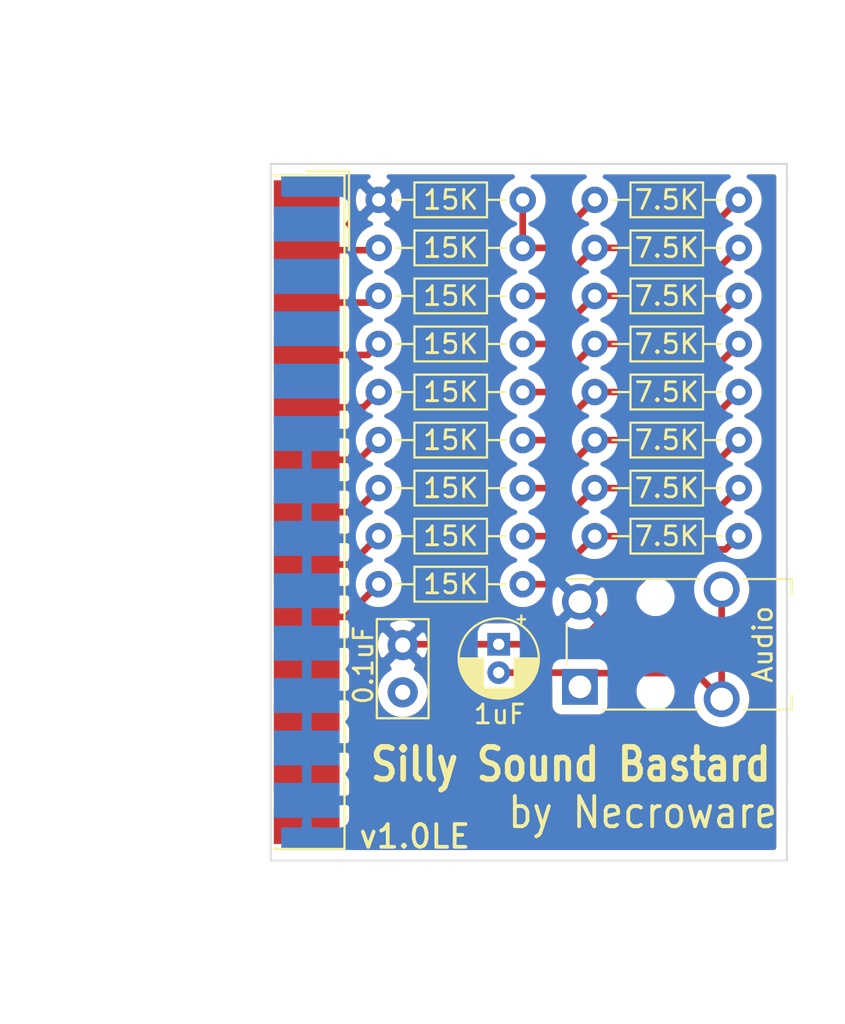
<source format=kicad_pcb>
(kicad_pcb (version 20171130) (host pcbnew 5.1.8)

  (general
    (thickness 1.6)
    (drawings 7)
    (tracks 60)
    (zones 0)
    (modules 21)
    (nets 20)
  )

  (page A4)
  (layers
    (0 F.Cu signal)
    (31 B.Cu signal)
    (32 B.Adhes user)
    (33 F.Adhes user)
    (34 B.Paste user)
    (35 F.Paste user)
    (36 B.SilkS user)
    (37 F.SilkS user)
    (38 B.Mask user)
    (39 F.Mask user)
    (40 Dwgs.User user)
    (41 Cmts.User user)
    (42 Eco1.User user)
    (43 Eco2.User user)
    (44 Edge.Cuts user)
    (45 Margin user)
    (46 B.CrtYd user)
    (47 F.CrtYd user)
    (48 B.Fab user)
    (49 F.Fab user)
  )

  (setup
    (last_trace_width 0.35)
    (trace_clearance 0.3)
    (zone_clearance 0.508)
    (zone_45_only no)
    (trace_min 0.2)
    (via_size 0.8)
    (via_drill 0.4)
    (via_min_size 0.4)
    (via_min_drill 0.3)
    (uvia_size 0.3)
    (uvia_drill 0.1)
    (uvias_allowed no)
    (uvia_min_size 0.2)
    (uvia_min_drill 0.1)
    (edge_width 0.05)
    (segment_width 0.2)
    (pcb_text_width 0.3)
    (pcb_text_size 1.5 1.5)
    (mod_edge_width 0.12)
    (mod_text_size 1 1)
    (mod_text_width 0.15)
    (pad_size 1.524 1.524)
    (pad_drill 0.762)
    (pad_to_mask_clearance 0)
    (aux_axis_origin 0 0)
    (visible_elements FFFFFF7F)
    (pcbplotparams
      (layerselection 0x010fc_ffffffff)
      (usegerberextensions false)
      (usegerberattributes true)
      (usegerberadvancedattributes true)
      (creategerberjobfile true)
      (excludeedgelayer true)
      (linewidth 0.100000)
      (plotframeref false)
      (viasonmask false)
      (mode 1)
      (useauxorigin false)
      (hpglpennumber 1)
      (hpglpenspeed 20)
      (hpglpendiameter 15.000000)
      (psnegative false)
      (psa4output false)
      (plotreference true)
      (plotvalue true)
      (plotinvisibletext false)
      (padsonsilk false)
      (subtractmaskfromsilk false)
      (outputformat 1)
      (mirror false)
      (drillshape 0)
      (scaleselection 1)
      (outputdirectory "gerber/"))
  )

  (net 0 "")
  (net 1 GND)
  (net 2 "Net-(C1-Pad1)")
  (net 3 "Net-(C2-Pad2)")
  (net 4 "Net-(J1-Pad9)")
  (net 5 "Net-(J1-Pad8)")
  (net 6 "Net-(J1-Pad7)")
  (net 7 "Net-(J1-Pad6)")
  (net 8 "Net-(J1-Pad5)")
  (net 9 "Net-(J1-Pad4)")
  (net 10 "Net-(J1-Pad3)")
  (net 11 "Net-(J1-Pad2)")
  (net 12 "Net-(R1-Pad2)")
  (net 13 "Net-(R10-Pad2)")
  (net 14 "Net-(R11-Pad2)")
  (net 15 "Net-(R12-Pad2)")
  (net 16 "Net-(R13-Pad2)")
  (net 17 "Net-(R14-Pad2)")
  (net 18 "Net-(R15-Pad2)")
  (net 19 "Net-(R16-Pad2)")

  (net_class Default "This is the default net class."
    (clearance 0.3)
    (trace_width 0.35)
    (via_dia 0.8)
    (via_drill 0.4)
    (uvia_dia 0.3)
    (uvia_drill 0.1)
    (add_net GND)
    (add_net "Net-(C1-Pad1)")
    (add_net "Net-(C2-Pad2)")
    (add_net "Net-(J1-Pad2)")
    (add_net "Net-(J1-Pad3)")
    (add_net "Net-(J1-Pad4)")
    (add_net "Net-(J1-Pad5)")
    (add_net "Net-(J1-Pad6)")
    (add_net "Net-(J1-Pad7)")
    (add_net "Net-(J1-Pad8)")
    (add_net "Net-(J1-Pad9)")
    (add_net "Net-(R1-Pad2)")
    (add_net "Net-(R10-Pad2)")
    (add_net "Net-(R11-Pad2)")
    (add_net "Net-(R12-Pad2)")
    (add_net "Net-(R13-Pad2)")
    (add_net "Net-(R14-Pad2)")
    (add_net "Net-(R15-Pad2)")
    (add_net "Net-(R16-Pad2)")
  )

  (module Capacitor_THT:C_Disc_D5.0mm_W2.5mm_P2.50mm (layer F.Cu) (tedit 5AE50EF0) (tstamp 5FA49E16)
    (at 63.5 83.185 90)
    (descr "C, Disc series, Radial, pin pitch=2.50mm, , diameter*width=5*2.5mm^2, Capacitor, http://cdn-reichelt.de/documents/datenblatt/B300/DS_KERKO_TC.pdf")
    (tags "C Disc series Radial pin pitch 2.50mm  diameter 5mm width 2.5mm Capacitor")
    (path /5FA43A13)
    (fp_text reference C1 (at 1.273826 -2.094869 90) (layer F.Fab)
      (effects (font (size 1 1) (thickness 0.15)))
    )
    (fp_text value 0.1uF (at 1.444831 -2.078675 270) (layer F.SilkS)
      (effects (font (size 1 1) (thickness 0.15)))
    )
    (fp_line (start 4 -1.5) (end -1.5 -1.5) (layer F.CrtYd) (width 0.05))
    (fp_line (start 4 1.5) (end 4 -1.5) (layer F.CrtYd) (width 0.05))
    (fp_line (start -1.5 1.5) (end 4 1.5) (layer F.CrtYd) (width 0.05))
    (fp_line (start -1.5 -1.5) (end -1.5 1.5) (layer F.CrtYd) (width 0.05))
    (fp_line (start 3.87 -1.37) (end 3.87 1.37) (layer F.SilkS) (width 0.12))
    (fp_line (start -1.37 -1.37) (end -1.37 1.37) (layer F.SilkS) (width 0.12))
    (fp_line (start -1.37 1.37) (end 3.87 1.37) (layer F.SilkS) (width 0.12))
    (fp_line (start -1.37 -1.37) (end 3.87 -1.37) (layer F.SilkS) (width 0.12))
    (fp_line (start 3.75 -1.25) (end -1.25 -1.25) (layer F.Fab) (width 0.1))
    (fp_line (start 3.75 1.25) (end 3.75 -1.25) (layer F.Fab) (width 0.1))
    (fp_line (start -1.25 1.25) (end 3.75 1.25) (layer F.Fab) (width 0.1))
    (fp_line (start -1.25 -1.25) (end -1.25 1.25) (layer F.Fab) (width 0.1))
    (fp_text user %R (at 1.285157 -2.083538 270) (layer F.Fab)
      (effects (font (size 1 1) (thickness 0.15)))
    )
    (pad 2 thru_hole circle (at 2.5 0 90) (size 1.6 1.6) (drill 0.8) (layers *.Cu *.Mask)
      (net 1 GND))
    (pad 1 thru_hole circle (at 0 0 90) (size 1.6 1.6) (drill 0.8) (layers *.Cu *.Mask)
      (net 2 "Net-(C1-Pad1)"))
    (model ${KISYS3DMOD}/Capacitor_THT.3dshapes/C_Disc_D5.0mm_W2.5mm_P2.50mm.wrl
      (at (xyz 0 0 0))
      (scale (xyz 1 1 1))
      (rotate (xyz 0 0 0))
    )
  )

  (module Connector_Audio:Jack_3.5mm_Switronic_ST-005-G_horizontal (layer F.Cu) (tedit 5D744875) (tstamp 5F9C033F)
    (at 79.375 80.645 180)
    (descr "3.5mm horizontal headphones jack, http://akizukidenshi.com/download/ds/switronic/ST-005-G.pdf")
    (tags "Connector Audio Switronic ST-005-G")
    (path /5FA3030B)
    (fp_text reference J2 (at 0 -4.5) (layer F.Fab) hide
      (effects (font (size 1 1) (thickness 0.15)))
    )
    (fp_text value Audio (at -3.175 0 90) (layer F.SilkS)
      (effects (font (size 1 1) (thickness 0.15)))
    )
    (fp_circle (center 6.5 -1.05) (end 6.8 -1.05) (layer F.Fab) (width 0.1))
    (fp_line (start -7.5 -4.35) (end -7.5 4.35) (layer F.CrtYd) (width 0.05))
    (fp_line (start -7.5 4.35) (end 7.95 4.35) (layer F.CrtYd) (width 0.05))
    (fp_line (start 7.95 4.35) (end 7.95 -4.35) (layer F.CrtYd) (width 0.05))
    (fp_line (start 7.95 -4.35) (end -7.5 -4.35) (layer F.CrtYd) (width 0.05))
    (fp_line (start -7 -2.5) (end -4.5 -2.5) (layer F.Fab) (width 0.1))
    (fp_line (start -4.5 -2.5) (end -4.5 -3.25) (layer F.Fab) (width 0.1))
    (fp_line (start -4.5 -3.25) (end 7 -3.25) (layer F.Fab) (width 0.1))
    (fp_line (start 7 -3.25) (end 7 3.25) (layer F.Fab) (width 0.1))
    (fp_line (start 7 3.25) (end -4.5 3.25) (layer F.Fab) (width 0.1))
    (fp_line (start -4.5 3.25) (end -4.5 2.5) (layer F.Fab) (width 0.1))
    (fp_line (start -4.5 2.5) (end -7 2.5) (layer F.Fab) (width 0.1))
    (fp_line (start -7 2.5) (end -7 -2.5) (layer F.Fab) (width 0.1))
    (fp_line (start -2.2 3.45) (end -4.7 3.45) (layer F.SilkS) (width 0.12))
    (fp_line (start -4.7 3.45) (end -4.7 2.7) (layer F.SilkS) (width 0.12))
    (fp_line (start -4.7 -2.7) (end -4.7 -3.45) (layer F.SilkS) (width 0.12))
    (fp_line (start -4.7 -3.45) (end -2.2 -3.45) (layer F.SilkS) (width 0.12))
    (fp_line (start 0.2 -3.45) (end 5.3 -3.45) (layer F.SilkS) (width 0.12))
    (fp_line (start 0.2 3.45) (end 7.2 3.45) (layer F.SilkS) (width 0.12))
    (fp_line (start 7.2 -1.05) (end 7.2 1.05) (layer F.SilkS) (width 0.12))
    (fp_text user %R (at 2.54 0) (layer F.Fab)
      (effects (font (size 0.7 0.7) (thickness 0.1)))
    )
    (pad "" np_thru_hole circle (at 2.5 -2.5 180) (size 1 1) (drill 1) (layers *.Cu *.Mask))
    (pad "" np_thru_hole circle (at 2.5 2.5 180) (size 1 1) (drill 1) (layers *.Cu *.Mask))
    (pad S thru_hole circle (at 6.5 2.25 180) (size 1.9 1.9) (drill 1.2) (layers *.Cu *.Mask)
      (net 1 GND))
    (pad R thru_hole rect (at 6.5 -2.25 180) (size 1.9 1.9) (drill 1.2) (layers *.Cu *.Mask)
      (net 3 "Net-(C2-Pad2)"))
    (pad T thru_hole circle (at -1 2.9 180) (size 1.9 1.9) (drill 1.2) (layers *.Cu *.Mask)
      (net 3 "Net-(C2-Pad2)"))
    (pad T thru_hole circle (at -1 -2.9 180) (size 1.9 1.9) (drill 1.2) (layers *.Cu *.Mask)
      (net 3 "Net-(C2-Pad2)"))
    (model ${KISYS3DMOD}/Connector_Audio.3dshapes/Jack_3.5mm_Switronic_ST-005-G_horizontal.wrl
      (at (xyz 0 0 0))
      (scale (xyz 1 1 1))
      (rotate (xyz 0 0 0))
    )
  )

  (module Resistor_THT:R_Axial_DIN0204_L3.6mm_D1.6mm_P7.62mm_Horizontal (layer F.Cu) (tedit 5AE5139B) (tstamp 5F9C04C6)
    (at 73.66 74.93)
    (descr "Resistor, Axial_DIN0204 series, Axial, Horizontal, pin pitch=7.62mm, 0.167W, length*diameter=3.6*1.6mm^2, http://cdn-reichelt.de/documents/datenblatt/B400/1_4W%23YAG.pdf")
    (tags "Resistor Axial_DIN0204 series Axial Horizontal pin pitch 7.62mm 0.167W length 3.6mm diameter 1.6mm")
    (path /5F9DDC85)
    (fp_text reference R17 (at 3.81 0) (layer F.Fab)
      (effects (font (size 1 1) (thickness 0.15)))
    )
    (fp_text value 7.5K (at 3.81 0) (layer F.SilkS)
      (effects (font (size 1 1) (thickness 0.15)))
    )
    (fp_line (start 2.01 -0.8) (end 2.01 0.8) (layer F.Fab) (width 0.1))
    (fp_line (start 2.01 0.8) (end 5.61 0.8) (layer F.Fab) (width 0.1))
    (fp_line (start 5.61 0.8) (end 5.61 -0.8) (layer F.Fab) (width 0.1))
    (fp_line (start 5.61 -0.8) (end 2.01 -0.8) (layer F.Fab) (width 0.1))
    (fp_line (start 0 0) (end 2.01 0) (layer F.Fab) (width 0.1))
    (fp_line (start 7.62 0) (end 5.61 0) (layer F.Fab) (width 0.1))
    (fp_line (start 1.89 -0.92) (end 1.89 0.92) (layer F.SilkS) (width 0.12))
    (fp_line (start 1.89 0.92) (end 5.73 0.92) (layer F.SilkS) (width 0.12))
    (fp_line (start 5.73 0.92) (end 5.73 -0.92) (layer F.SilkS) (width 0.12))
    (fp_line (start 5.73 -0.92) (end 1.89 -0.92) (layer F.SilkS) (width 0.12))
    (fp_line (start 0.94 0) (end 1.89 0) (layer F.SilkS) (width 0.12))
    (fp_line (start 6.68 0) (end 5.73 0) (layer F.SilkS) (width 0.12))
    (fp_line (start -0.95 -1.05) (end -0.95 1.05) (layer F.CrtYd) (width 0.05))
    (fp_line (start -0.95 1.05) (end 8.57 1.05) (layer F.CrtYd) (width 0.05))
    (fp_line (start 8.57 1.05) (end 8.57 -1.05) (layer F.CrtYd) (width 0.05))
    (fp_line (start 8.57 -1.05) (end -0.95 -1.05) (layer F.CrtYd) (width 0.05))
    (fp_text user %R (at 3.81 0) (layer F.Fab)
      (effects (font (size 0.72 0.72) (thickness 0.108)))
    )
    (pad 2 thru_hole oval (at 7.62 0) (size 1.4 1.4) (drill 0.7) (layers *.Cu *.Mask)
      (net 2 "Net-(C1-Pad1)"))
    (pad 1 thru_hole circle (at 0 0) (size 1.4 1.4) (drill 0.7) (layers *.Cu *.Mask)
      (net 19 "Net-(R16-Pad2)"))
    (model ${KISYS3DMOD}/Resistor_THT.3dshapes/R_Axial_DIN0204_L3.6mm_D1.6mm_P7.62mm_Horizontal.wrl
      (at (xyz 0 0 0))
      (scale (xyz 1 1 1))
      (rotate (xyz 0 0 0))
    )
  )

  (module Resistor_THT:R_Axial_DIN0204_L3.6mm_D1.6mm_P7.62mm_Horizontal (layer F.Cu) (tedit 5AE5139B) (tstamp 5F9C04AF)
    (at 73.66 72.39)
    (descr "Resistor, Axial_DIN0204 series, Axial, Horizontal, pin pitch=7.62mm, 0.167W, length*diameter=3.6*1.6mm^2, http://cdn-reichelt.de/documents/datenblatt/B400/1_4W%23YAG.pdf")
    (tags "Resistor Axial_DIN0204 series Axial Horizontal pin pitch 7.62mm 0.167W length 3.6mm diameter 1.6mm")
    (path /5F9DD8CD)
    (fp_text reference R16 (at 3.81 0) (layer F.Fab)
      (effects (font (size 1 1) (thickness 0.15)))
    )
    (fp_text value 7.5K (at 3.81 0) (layer F.SilkS)
      (effects (font (size 1 1) (thickness 0.15)))
    )
    (fp_line (start 2.01 -0.8) (end 2.01 0.8) (layer F.Fab) (width 0.1))
    (fp_line (start 2.01 0.8) (end 5.61 0.8) (layer F.Fab) (width 0.1))
    (fp_line (start 5.61 0.8) (end 5.61 -0.8) (layer F.Fab) (width 0.1))
    (fp_line (start 5.61 -0.8) (end 2.01 -0.8) (layer F.Fab) (width 0.1))
    (fp_line (start 0 0) (end 2.01 0) (layer F.Fab) (width 0.1))
    (fp_line (start 7.62 0) (end 5.61 0) (layer F.Fab) (width 0.1))
    (fp_line (start 1.89 -0.92) (end 1.89 0.92) (layer F.SilkS) (width 0.12))
    (fp_line (start 1.89 0.92) (end 5.73 0.92) (layer F.SilkS) (width 0.12))
    (fp_line (start 5.73 0.92) (end 5.73 -0.92) (layer F.SilkS) (width 0.12))
    (fp_line (start 5.73 -0.92) (end 1.89 -0.92) (layer F.SilkS) (width 0.12))
    (fp_line (start 0.94 0) (end 1.89 0) (layer F.SilkS) (width 0.12))
    (fp_line (start 6.68 0) (end 5.73 0) (layer F.SilkS) (width 0.12))
    (fp_line (start -0.95 -1.05) (end -0.95 1.05) (layer F.CrtYd) (width 0.05))
    (fp_line (start -0.95 1.05) (end 8.57 1.05) (layer F.CrtYd) (width 0.05))
    (fp_line (start 8.57 1.05) (end 8.57 -1.05) (layer F.CrtYd) (width 0.05))
    (fp_line (start 8.57 -1.05) (end -0.95 -1.05) (layer F.CrtYd) (width 0.05))
    (fp_text user %R (at 3.81 0) (layer F.Fab)
      (effects (font (size 0.72 0.72) (thickness 0.108)))
    )
    (pad 2 thru_hole oval (at 7.62 0) (size 1.4 1.4) (drill 0.7) (layers *.Cu *.Mask)
      (net 19 "Net-(R16-Pad2)"))
    (pad 1 thru_hole circle (at 0 0) (size 1.4 1.4) (drill 0.7) (layers *.Cu *.Mask)
      (net 18 "Net-(R15-Pad2)"))
    (model ${KISYS3DMOD}/Resistor_THT.3dshapes/R_Axial_DIN0204_L3.6mm_D1.6mm_P7.62mm_Horizontal.wrl
      (at (xyz 0 0 0))
      (scale (xyz 1 1 1))
      (rotate (xyz 0 0 0))
    )
  )

  (module Resistor_THT:R_Axial_DIN0204_L3.6mm_D1.6mm_P7.62mm_Horizontal (layer F.Cu) (tedit 5AE5139B) (tstamp 5F9C0498)
    (at 73.66 69.85)
    (descr "Resistor, Axial_DIN0204 series, Axial, Horizontal, pin pitch=7.62mm, 0.167W, length*diameter=3.6*1.6mm^2, http://cdn-reichelt.de/documents/datenblatt/B400/1_4W%23YAG.pdf")
    (tags "Resistor Axial_DIN0204 series Axial Horizontal pin pitch 7.62mm 0.167W length 3.6mm diameter 1.6mm")
    (path /5F9DD513)
    (fp_text reference R15 (at 3.81 0) (layer F.Fab)
      (effects (font (size 1 1) (thickness 0.15)))
    )
    (fp_text value 7.5K (at 3.81 0) (layer F.SilkS)
      (effects (font (size 1 1) (thickness 0.15)))
    )
    (fp_line (start 2.01 -0.8) (end 2.01 0.8) (layer F.Fab) (width 0.1))
    (fp_line (start 2.01 0.8) (end 5.61 0.8) (layer F.Fab) (width 0.1))
    (fp_line (start 5.61 0.8) (end 5.61 -0.8) (layer F.Fab) (width 0.1))
    (fp_line (start 5.61 -0.8) (end 2.01 -0.8) (layer F.Fab) (width 0.1))
    (fp_line (start 0 0) (end 2.01 0) (layer F.Fab) (width 0.1))
    (fp_line (start 7.62 0) (end 5.61 0) (layer F.Fab) (width 0.1))
    (fp_line (start 1.89 -0.92) (end 1.89 0.92) (layer F.SilkS) (width 0.12))
    (fp_line (start 1.89 0.92) (end 5.73 0.92) (layer F.SilkS) (width 0.12))
    (fp_line (start 5.73 0.92) (end 5.73 -0.92) (layer F.SilkS) (width 0.12))
    (fp_line (start 5.73 -0.92) (end 1.89 -0.92) (layer F.SilkS) (width 0.12))
    (fp_line (start 0.94 0) (end 1.89 0) (layer F.SilkS) (width 0.12))
    (fp_line (start 6.68 0) (end 5.73 0) (layer F.SilkS) (width 0.12))
    (fp_line (start -0.95 -1.05) (end -0.95 1.05) (layer F.CrtYd) (width 0.05))
    (fp_line (start -0.95 1.05) (end 8.57 1.05) (layer F.CrtYd) (width 0.05))
    (fp_line (start 8.57 1.05) (end 8.57 -1.05) (layer F.CrtYd) (width 0.05))
    (fp_line (start 8.57 -1.05) (end -0.95 -1.05) (layer F.CrtYd) (width 0.05))
    (fp_text user %R (at 3.81 0) (layer F.Fab)
      (effects (font (size 0.72 0.72) (thickness 0.108)))
    )
    (pad 2 thru_hole oval (at 7.62 0) (size 1.4 1.4) (drill 0.7) (layers *.Cu *.Mask)
      (net 18 "Net-(R15-Pad2)"))
    (pad 1 thru_hole circle (at 0 0) (size 1.4 1.4) (drill 0.7) (layers *.Cu *.Mask)
      (net 17 "Net-(R14-Pad2)"))
    (model ${KISYS3DMOD}/Resistor_THT.3dshapes/R_Axial_DIN0204_L3.6mm_D1.6mm_P7.62mm_Horizontal.wrl
      (at (xyz 0 0 0))
      (scale (xyz 1 1 1))
      (rotate (xyz 0 0 0))
    )
  )

  (module Resistor_THT:R_Axial_DIN0204_L3.6mm_D1.6mm_P7.62mm_Horizontal (layer F.Cu) (tedit 5AE5139B) (tstamp 5F9C0481)
    (at 73.66 67.31)
    (descr "Resistor, Axial_DIN0204 series, Axial, Horizontal, pin pitch=7.62mm, 0.167W, length*diameter=3.6*1.6mm^2, http://cdn-reichelt.de/documents/datenblatt/B400/1_4W%23YAG.pdf")
    (tags "Resistor Axial_DIN0204 series Axial Horizontal pin pitch 7.62mm 0.167W length 3.6mm diameter 1.6mm")
    (path /5F9DD1A8)
    (fp_text reference R14 (at 3.81 0) (layer F.Fab)
      (effects (font (size 1 1) (thickness 0.15)))
    )
    (fp_text value 7.5K (at 3.81 0) (layer F.SilkS)
      (effects (font (size 1 1) (thickness 0.15)))
    )
    (fp_line (start 2.01 -0.8) (end 2.01 0.8) (layer F.Fab) (width 0.1))
    (fp_line (start 2.01 0.8) (end 5.61 0.8) (layer F.Fab) (width 0.1))
    (fp_line (start 5.61 0.8) (end 5.61 -0.8) (layer F.Fab) (width 0.1))
    (fp_line (start 5.61 -0.8) (end 2.01 -0.8) (layer F.Fab) (width 0.1))
    (fp_line (start 0 0) (end 2.01 0) (layer F.Fab) (width 0.1))
    (fp_line (start 7.62 0) (end 5.61 0) (layer F.Fab) (width 0.1))
    (fp_line (start 1.89 -0.92) (end 1.89 0.92) (layer F.SilkS) (width 0.12))
    (fp_line (start 1.89 0.92) (end 5.73 0.92) (layer F.SilkS) (width 0.12))
    (fp_line (start 5.73 0.92) (end 5.73 -0.92) (layer F.SilkS) (width 0.12))
    (fp_line (start 5.73 -0.92) (end 1.89 -0.92) (layer F.SilkS) (width 0.12))
    (fp_line (start 0.94 0) (end 1.89 0) (layer F.SilkS) (width 0.12))
    (fp_line (start 6.68 0) (end 5.73 0) (layer F.SilkS) (width 0.12))
    (fp_line (start -0.95 -1.05) (end -0.95 1.05) (layer F.CrtYd) (width 0.05))
    (fp_line (start -0.95 1.05) (end 8.57 1.05) (layer F.CrtYd) (width 0.05))
    (fp_line (start 8.57 1.05) (end 8.57 -1.05) (layer F.CrtYd) (width 0.05))
    (fp_line (start 8.57 -1.05) (end -0.95 -1.05) (layer F.CrtYd) (width 0.05))
    (fp_text user %R (at 3.81 0) (layer F.Fab)
      (effects (font (size 0.72 0.72) (thickness 0.108)))
    )
    (pad 2 thru_hole oval (at 7.62 0) (size 1.4 1.4) (drill 0.7) (layers *.Cu *.Mask)
      (net 17 "Net-(R14-Pad2)"))
    (pad 1 thru_hole circle (at 0 0) (size 1.4 1.4) (drill 0.7) (layers *.Cu *.Mask)
      (net 16 "Net-(R13-Pad2)"))
    (model ${KISYS3DMOD}/Resistor_THT.3dshapes/R_Axial_DIN0204_L3.6mm_D1.6mm_P7.62mm_Horizontal.wrl
      (at (xyz 0 0 0))
      (scale (xyz 1 1 1))
      (rotate (xyz 0 0 0))
    )
  )

  (module Resistor_THT:R_Axial_DIN0204_L3.6mm_D1.6mm_P7.62mm_Horizontal (layer F.Cu) (tedit 5AE5139B) (tstamp 5F9C046A)
    (at 73.66 64.77)
    (descr "Resistor, Axial_DIN0204 series, Axial, Horizontal, pin pitch=7.62mm, 0.167W, length*diameter=3.6*1.6mm^2, http://cdn-reichelt.de/documents/datenblatt/B400/1_4W%23YAG.pdf")
    (tags "Resistor Axial_DIN0204 series Axial Horizontal pin pitch 7.62mm 0.167W length 3.6mm diameter 1.6mm")
    (path /5F9DCC31)
    (fp_text reference R13 (at 3.81 0) (layer F.Fab)
      (effects (font (size 1 1) (thickness 0.15)))
    )
    (fp_text value 7.5K (at 3.81 0) (layer F.SilkS)
      (effects (font (size 1 1) (thickness 0.15)))
    )
    (fp_line (start 2.01 -0.8) (end 2.01 0.8) (layer F.Fab) (width 0.1))
    (fp_line (start 2.01 0.8) (end 5.61 0.8) (layer F.Fab) (width 0.1))
    (fp_line (start 5.61 0.8) (end 5.61 -0.8) (layer F.Fab) (width 0.1))
    (fp_line (start 5.61 -0.8) (end 2.01 -0.8) (layer F.Fab) (width 0.1))
    (fp_line (start 0 0) (end 2.01 0) (layer F.Fab) (width 0.1))
    (fp_line (start 7.62 0) (end 5.61 0) (layer F.Fab) (width 0.1))
    (fp_line (start 1.89 -0.92) (end 1.89 0.92) (layer F.SilkS) (width 0.12))
    (fp_line (start 1.89 0.92) (end 5.73 0.92) (layer F.SilkS) (width 0.12))
    (fp_line (start 5.73 0.92) (end 5.73 -0.92) (layer F.SilkS) (width 0.12))
    (fp_line (start 5.73 -0.92) (end 1.89 -0.92) (layer F.SilkS) (width 0.12))
    (fp_line (start 0.94 0) (end 1.89 0) (layer F.SilkS) (width 0.12))
    (fp_line (start 6.68 0) (end 5.73 0) (layer F.SilkS) (width 0.12))
    (fp_line (start -0.95 -1.05) (end -0.95 1.05) (layer F.CrtYd) (width 0.05))
    (fp_line (start -0.95 1.05) (end 8.57 1.05) (layer F.CrtYd) (width 0.05))
    (fp_line (start 8.57 1.05) (end 8.57 -1.05) (layer F.CrtYd) (width 0.05))
    (fp_line (start 8.57 -1.05) (end -0.95 -1.05) (layer F.CrtYd) (width 0.05))
    (fp_text user %R (at 3.81 0) (layer F.Fab)
      (effects (font (size 0.72 0.72) (thickness 0.108)))
    )
    (pad 2 thru_hole oval (at 7.62 0) (size 1.4 1.4) (drill 0.7) (layers *.Cu *.Mask)
      (net 16 "Net-(R13-Pad2)"))
    (pad 1 thru_hole circle (at 0 0) (size 1.4 1.4) (drill 0.7) (layers *.Cu *.Mask)
      (net 15 "Net-(R12-Pad2)"))
    (model ${KISYS3DMOD}/Resistor_THT.3dshapes/R_Axial_DIN0204_L3.6mm_D1.6mm_P7.62mm_Horizontal.wrl
      (at (xyz 0 0 0))
      (scale (xyz 1 1 1))
      (rotate (xyz 0 0 0))
    )
  )

  (module Resistor_THT:R_Axial_DIN0204_L3.6mm_D1.6mm_P7.62mm_Horizontal (layer F.Cu) (tedit 5AE5139B) (tstamp 5F9C0453)
    (at 73.66 62.23)
    (descr "Resistor, Axial_DIN0204 series, Axial, Horizontal, pin pitch=7.62mm, 0.167W, length*diameter=3.6*1.6mm^2, http://cdn-reichelt.de/documents/datenblatt/B400/1_4W%23YAG.pdf")
    (tags "Resistor Axial_DIN0204 series Axial Horizontal pin pitch 7.62mm 0.167W length 3.6mm diameter 1.6mm")
    (path /5F9DC8D1)
    (fp_text reference R12 (at 3.81 0) (layer F.Fab)
      (effects (font (size 1 1) (thickness 0.15)))
    )
    (fp_text value 7.5K (at 3.81 0) (layer F.SilkS)
      (effects (font (size 1 1) (thickness 0.15)))
    )
    (fp_line (start 2.01 -0.8) (end 2.01 0.8) (layer F.Fab) (width 0.1))
    (fp_line (start 2.01 0.8) (end 5.61 0.8) (layer F.Fab) (width 0.1))
    (fp_line (start 5.61 0.8) (end 5.61 -0.8) (layer F.Fab) (width 0.1))
    (fp_line (start 5.61 -0.8) (end 2.01 -0.8) (layer F.Fab) (width 0.1))
    (fp_line (start 0 0) (end 2.01 0) (layer F.Fab) (width 0.1))
    (fp_line (start 7.62 0) (end 5.61 0) (layer F.Fab) (width 0.1))
    (fp_line (start 1.89 -0.92) (end 1.89 0.92) (layer F.SilkS) (width 0.12))
    (fp_line (start 1.89 0.92) (end 5.73 0.92) (layer F.SilkS) (width 0.12))
    (fp_line (start 5.73 0.92) (end 5.73 -0.92) (layer F.SilkS) (width 0.12))
    (fp_line (start 5.73 -0.92) (end 1.89 -0.92) (layer F.SilkS) (width 0.12))
    (fp_line (start 0.94 0) (end 1.89 0) (layer F.SilkS) (width 0.12))
    (fp_line (start 6.68 0) (end 5.73 0) (layer F.SilkS) (width 0.12))
    (fp_line (start -0.95 -1.05) (end -0.95 1.05) (layer F.CrtYd) (width 0.05))
    (fp_line (start -0.95 1.05) (end 8.57 1.05) (layer F.CrtYd) (width 0.05))
    (fp_line (start 8.57 1.05) (end 8.57 -1.05) (layer F.CrtYd) (width 0.05))
    (fp_line (start 8.57 -1.05) (end -0.95 -1.05) (layer F.CrtYd) (width 0.05))
    (fp_text user %R (at 3.81 0) (layer F.Fab)
      (effects (font (size 0.72 0.72) (thickness 0.108)))
    )
    (pad 2 thru_hole oval (at 7.62 0) (size 1.4 1.4) (drill 0.7) (layers *.Cu *.Mask)
      (net 15 "Net-(R12-Pad2)"))
    (pad 1 thru_hole circle (at 0 0) (size 1.4 1.4) (drill 0.7) (layers *.Cu *.Mask)
      (net 14 "Net-(R11-Pad2)"))
    (model ${KISYS3DMOD}/Resistor_THT.3dshapes/R_Axial_DIN0204_L3.6mm_D1.6mm_P7.62mm_Horizontal.wrl
      (at (xyz 0 0 0))
      (scale (xyz 1 1 1))
      (rotate (xyz 0 0 0))
    )
  )

  (module Resistor_THT:R_Axial_DIN0204_L3.6mm_D1.6mm_P7.62mm_Horizontal (layer F.Cu) (tedit 5AE5139B) (tstamp 5F9C043C)
    (at 73.66 59.69)
    (descr "Resistor, Axial_DIN0204 series, Axial, Horizontal, pin pitch=7.62mm, 0.167W, length*diameter=3.6*1.6mm^2, http://cdn-reichelt.de/documents/datenblatt/B400/1_4W%23YAG.pdf")
    (tags "Resistor Axial_DIN0204 series Axial Horizontal pin pitch 7.62mm 0.167W length 3.6mm diameter 1.6mm")
    (path /5F9DC5B3)
    (fp_text reference R11 (at 3.81 0) (layer F.Fab)
      (effects (font (size 1 1) (thickness 0.15)))
    )
    (fp_text value 7.5K (at 3.81 0) (layer F.SilkS)
      (effects (font (size 1 1) (thickness 0.15)))
    )
    (fp_line (start 2.01 -0.8) (end 2.01 0.8) (layer F.Fab) (width 0.1))
    (fp_line (start 2.01 0.8) (end 5.61 0.8) (layer F.Fab) (width 0.1))
    (fp_line (start 5.61 0.8) (end 5.61 -0.8) (layer F.Fab) (width 0.1))
    (fp_line (start 5.61 -0.8) (end 2.01 -0.8) (layer F.Fab) (width 0.1))
    (fp_line (start 0 0) (end 2.01 0) (layer F.Fab) (width 0.1))
    (fp_line (start 7.62 0) (end 5.61 0) (layer F.Fab) (width 0.1))
    (fp_line (start 1.89 -0.92) (end 1.89 0.92) (layer F.SilkS) (width 0.12))
    (fp_line (start 1.89 0.92) (end 5.73 0.92) (layer F.SilkS) (width 0.12))
    (fp_line (start 5.73 0.92) (end 5.73 -0.92) (layer F.SilkS) (width 0.12))
    (fp_line (start 5.73 -0.92) (end 1.89 -0.92) (layer F.SilkS) (width 0.12))
    (fp_line (start 0.94 0) (end 1.89 0) (layer F.SilkS) (width 0.12))
    (fp_line (start 6.68 0) (end 5.73 0) (layer F.SilkS) (width 0.12))
    (fp_line (start -0.95 -1.05) (end -0.95 1.05) (layer F.CrtYd) (width 0.05))
    (fp_line (start -0.95 1.05) (end 8.57 1.05) (layer F.CrtYd) (width 0.05))
    (fp_line (start 8.57 1.05) (end 8.57 -1.05) (layer F.CrtYd) (width 0.05))
    (fp_line (start 8.57 -1.05) (end -0.95 -1.05) (layer F.CrtYd) (width 0.05))
    (fp_text user %R (at 3.81 0) (layer F.Fab)
      (effects (font (size 0.72 0.72) (thickness 0.108)))
    )
    (pad 2 thru_hole oval (at 7.62 0) (size 1.4 1.4) (drill 0.7) (layers *.Cu *.Mask)
      (net 14 "Net-(R11-Pad2)"))
    (pad 1 thru_hole circle (at 0 0) (size 1.4 1.4) (drill 0.7) (layers *.Cu *.Mask)
      (net 13 "Net-(R10-Pad2)"))
    (model ${KISYS3DMOD}/Resistor_THT.3dshapes/R_Axial_DIN0204_L3.6mm_D1.6mm_P7.62mm_Horizontal.wrl
      (at (xyz 0 0 0))
      (scale (xyz 1 1 1))
      (rotate (xyz 0 0 0))
    )
  )

  (module Resistor_THT:R_Axial_DIN0204_L3.6mm_D1.6mm_P7.62mm_Horizontal (layer F.Cu) (tedit 5AE5139B) (tstamp 5F9C0425)
    (at 73.66 57.15)
    (descr "Resistor, Axial_DIN0204 series, Axial, Horizontal, pin pitch=7.62mm, 0.167W, length*diameter=3.6*1.6mm^2, http://cdn-reichelt.de/documents/datenblatt/B400/1_4W%23YAG.pdf")
    (tags "Resistor Axial_DIN0204 series Axial Horizontal pin pitch 7.62mm 0.167W length 3.6mm diameter 1.6mm")
    (path /5F9DC1D5)
    (fp_text reference R10 (at 3.81 0) (layer F.Fab)
      (effects (font (size 1 1) (thickness 0.15)))
    )
    (fp_text value 7.5K (at 3.81 0) (layer F.SilkS)
      (effects (font (size 1 1) (thickness 0.15)))
    )
    (fp_line (start 2.01 -0.8) (end 2.01 0.8) (layer F.Fab) (width 0.1))
    (fp_line (start 2.01 0.8) (end 5.61 0.8) (layer F.Fab) (width 0.1))
    (fp_line (start 5.61 0.8) (end 5.61 -0.8) (layer F.Fab) (width 0.1))
    (fp_line (start 5.61 -0.8) (end 2.01 -0.8) (layer F.Fab) (width 0.1))
    (fp_line (start 0 0) (end 2.01 0) (layer F.Fab) (width 0.1))
    (fp_line (start 7.62 0) (end 5.61 0) (layer F.Fab) (width 0.1))
    (fp_line (start 1.89 -0.92) (end 1.89 0.92) (layer F.SilkS) (width 0.12))
    (fp_line (start 1.89 0.92) (end 5.73 0.92) (layer F.SilkS) (width 0.12))
    (fp_line (start 5.73 0.92) (end 5.73 -0.92) (layer F.SilkS) (width 0.12))
    (fp_line (start 5.73 -0.92) (end 1.89 -0.92) (layer F.SilkS) (width 0.12))
    (fp_line (start 0.94 0) (end 1.89 0) (layer F.SilkS) (width 0.12))
    (fp_line (start 6.68 0) (end 5.73 0) (layer F.SilkS) (width 0.12))
    (fp_line (start -0.95 -1.05) (end -0.95 1.05) (layer F.CrtYd) (width 0.05))
    (fp_line (start -0.95 1.05) (end 8.57 1.05) (layer F.CrtYd) (width 0.05))
    (fp_line (start 8.57 1.05) (end 8.57 -1.05) (layer F.CrtYd) (width 0.05))
    (fp_line (start 8.57 -1.05) (end -0.95 -1.05) (layer F.CrtYd) (width 0.05))
    (fp_text user %R (at 3.81 0) (layer F.Fab)
      (effects (font (size 0.72 0.72) (thickness 0.108)))
    )
    (pad 2 thru_hole oval (at 7.62 0) (size 1.4 1.4) (drill 0.7) (layers *.Cu *.Mask)
      (net 13 "Net-(R10-Pad2)"))
    (pad 1 thru_hole circle (at 0 0) (size 1.4 1.4) (drill 0.7) (layers *.Cu *.Mask)
      (net 12 "Net-(R1-Pad2)"))
    (model ${KISYS3DMOD}/Resistor_THT.3dshapes/R_Axial_DIN0204_L3.6mm_D1.6mm_P7.62mm_Horizontal.wrl
      (at (xyz 0 0 0))
      (scale (xyz 1 1 1))
      (rotate (xyz 0 0 0))
    )
  )

  (module Resistor_THT:R_Axial_DIN0204_L3.6mm_D1.6mm_P7.62mm_Horizontal (layer F.Cu) (tedit 5AE5139B) (tstamp 5F9D6DCD)
    (at 62.23 77.47)
    (descr "Resistor, Axial_DIN0204 series, Axial, Horizontal, pin pitch=7.62mm, 0.167W, length*diameter=3.6*1.6mm^2, http://cdn-reichelt.de/documents/datenblatt/B400/1_4W%23YAG.pdf")
    (tags "Resistor Axial_DIN0204 series Axial Horizontal pin pitch 7.62mm 0.167W length 3.6mm diameter 1.6mm")
    (path /5F9D8A81)
    (fp_text reference R9 (at 3.81 0) (layer F.Fab)
      (effects (font (size 1 1) (thickness 0.15)))
    )
    (fp_text value 15K (at 3.81 0) (layer F.SilkS)
      (effects (font (size 1 1) (thickness 0.15)))
    )
    (fp_line (start 2.01 -0.8) (end 2.01 0.8) (layer F.Fab) (width 0.1))
    (fp_line (start 2.01 0.8) (end 5.61 0.8) (layer F.Fab) (width 0.1))
    (fp_line (start 5.61 0.8) (end 5.61 -0.8) (layer F.Fab) (width 0.1))
    (fp_line (start 5.61 -0.8) (end 2.01 -0.8) (layer F.Fab) (width 0.1))
    (fp_line (start 0 0) (end 2.01 0) (layer F.Fab) (width 0.1))
    (fp_line (start 7.62 0) (end 5.61 0) (layer F.Fab) (width 0.1))
    (fp_line (start 1.89 -0.92) (end 1.89 0.92) (layer F.SilkS) (width 0.12))
    (fp_line (start 1.89 0.92) (end 5.73 0.92) (layer F.SilkS) (width 0.12))
    (fp_line (start 5.73 0.92) (end 5.73 -0.92) (layer F.SilkS) (width 0.12))
    (fp_line (start 5.73 -0.92) (end 1.89 -0.92) (layer F.SilkS) (width 0.12))
    (fp_line (start 0.94 0) (end 1.89 0) (layer F.SilkS) (width 0.12))
    (fp_line (start 6.68 0) (end 5.73 0) (layer F.SilkS) (width 0.12))
    (fp_line (start -0.95 -1.05) (end -0.95 1.05) (layer F.CrtYd) (width 0.05))
    (fp_line (start -0.95 1.05) (end 8.57 1.05) (layer F.CrtYd) (width 0.05))
    (fp_line (start 8.57 1.05) (end 8.57 -1.05) (layer F.CrtYd) (width 0.05))
    (fp_line (start 8.57 -1.05) (end -0.95 -1.05) (layer F.CrtYd) (width 0.05))
    (fp_text user %R (at 3.81 0) (layer F.Fab)
      (effects (font (size 0.72 0.72) (thickness 0.108)))
    )
    (pad 2 thru_hole oval (at 7.62 0) (size 1.4 1.4) (drill 0.7) (layers *.Cu *.Mask)
      (net 19 "Net-(R16-Pad2)"))
    (pad 1 thru_hole circle (at 0 0) (size 1.4 1.4) (drill 0.7) (layers *.Cu *.Mask)
      (net 4 "Net-(J1-Pad9)"))
    (model ${KISYS3DMOD}/Resistor_THT.3dshapes/R_Axial_DIN0204_L3.6mm_D1.6mm_P7.62mm_Horizontal.wrl
      (at (xyz 0 0 0))
      (scale (xyz 1 1 1))
      (rotate (xyz 0 0 0))
    )
  )

  (module Resistor_THT:R_Axial_DIN0204_L3.6mm_D1.6mm_P7.62mm_Horizontal (layer F.Cu) (tedit 5AE5139B) (tstamp 5F9D6D01)
    (at 62.23 74.93)
    (descr "Resistor, Axial_DIN0204 series, Axial, Horizontal, pin pitch=7.62mm, 0.167W, length*diameter=3.6*1.6mm^2, http://cdn-reichelt.de/documents/datenblatt/B400/1_4W%23YAG.pdf")
    (tags "Resistor Axial_DIN0204 series Axial Horizontal pin pitch 7.62mm 0.167W length 3.6mm diameter 1.6mm")
    (path /5F9D87B4)
    (fp_text reference R8 (at 3.81 0) (layer F.Fab)
      (effects (font (size 1 1) (thickness 0.15)))
    )
    (fp_text value 15K (at 3.81 0) (layer F.SilkS)
      (effects (font (size 1 1) (thickness 0.15)))
    )
    (fp_line (start 2.01 -0.8) (end 2.01 0.8) (layer F.Fab) (width 0.1))
    (fp_line (start 2.01 0.8) (end 5.61 0.8) (layer F.Fab) (width 0.1))
    (fp_line (start 5.61 0.8) (end 5.61 -0.8) (layer F.Fab) (width 0.1))
    (fp_line (start 5.61 -0.8) (end 2.01 -0.8) (layer F.Fab) (width 0.1))
    (fp_line (start 0 0) (end 2.01 0) (layer F.Fab) (width 0.1))
    (fp_line (start 7.62 0) (end 5.61 0) (layer F.Fab) (width 0.1))
    (fp_line (start 1.89 -0.92) (end 1.89 0.92) (layer F.SilkS) (width 0.12))
    (fp_line (start 1.89 0.92) (end 5.73 0.92) (layer F.SilkS) (width 0.12))
    (fp_line (start 5.73 0.92) (end 5.73 -0.92) (layer F.SilkS) (width 0.12))
    (fp_line (start 5.73 -0.92) (end 1.89 -0.92) (layer F.SilkS) (width 0.12))
    (fp_line (start 0.94 0) (end 1.89 0) (layer F.SilkS) (width 0.12))
    (fp_line (start 6.68 0) (end 5.73 0) (layer F.SilkS) (width 0.12))
    (fp_line (start -0.95 -1.05) (end -0.95 1.05) (layer F.CrtYd) (width 0.05))
    (fp_line (start -0.95 1.05) (end 8.57 1.05) (layer F.CrtYd) (width 0.05))
    (fp_line (start 8.57 1.05) (end 8.57 -1.05) (layer F.CrtYd) (width 0.05))
    (fp_line (start 8.57 -1.05) (end -0.95 -1.05) (layer F.CrtYd) (width 0.05))
    (fp_text user %R (at 3.81 0) (layer F.Fab)
      (effects (font (size 0.72 0.72) (thickness 0.108)))
    )
    (pad 2 thru_hole oval (at 7.62 0) (size 1.4 1.4) (drill 0.7) (layers *.Cu *.Mask)
      (net 18 "Net-(R15-Pad2)"))
    (pad 1 thru_hole circle (at 0 0) (size 1.4 1.4) (drill 0.7) (layers *.Cu *.Mask)
      (net 5 "Net-(J1-Pad8)"))
    (model ${KISYS3DMOD}/Resistor_THT.3dshapes/R_Axial_DIN0204_L3.6mm_D1.6mm_P7.62mm_Horizontal.wrl
      (at (xyz 0 0 0))
      (scale (xyz 1 1 1))
      (rotate (xyz 0 0 0))
    )
  )

  (module Resistor_THT:R_Axial_DIN0204_L3.6mm_D1.6mm_P7.62mm_Horizontal (layer F.Cu) (tedit 5AE5139B) (tstamp 5F9D6E57)
    (at 62.23 72.39)
    (descr "Resistor, Axial_DIN0204 series, Axial, Horizontal, pin pitch=7.62mm, 0.167W, length*diameter=3.6*1.6mm^2, http://cdn-reichelt.de/documents/datenblatt/B400/1_4W%23YAG.pdf")
    (tags "Resistor Axial_DIN0204 series Axial Horizontal pin pitch 7.62mm 0.167W length 3.6mm diameter 1.6mm")
    (path /5F9D8418)
    (fp_text reference R7 (at 3.81 0) (layer F.Fab)
      (effects (font (size 1 1) (thickness 0.15)))
    )
    (fp_text value 15K (at 3.81 0) (layer F.SilkS)
      (effects (font (size 1 1) (thickness 0.15)))
    )
    (fp_line (start 2.01 -0.8) (end 2.01 0.8) (layer F.Fab) (width 0.1))
    (fp_line (start 2.01 0.8) (end 5.61 0.8) (layer F.Fab) (width 0.1))
    (fp_line (start 5.61 0.8) (end 5.61 -0.8) (layer F.Fab) (width 0.1))
    (fp_line (start 5.61 -0.8) (end 2.01 -0.8) (layer F.Fab) (width 0.1))
    (fp_line (start 0 0) (end 2.01 0) (layer F.Fab) (width 0.1))
    (fp_line (start 7.62 0) (end 5.61 0) (layer F.Fab) (width 0.1))
    (fp_line (start 1.89 -0.92) (end 1.89 0.92) (layer F.SilkS) (width 0.12))
    (fp_line (start 1.89 0.92) (end 5.73 0.92) (layer F.SilkS) (width 0.12))
    (fp_line (start 5.73 0.92) (end 5.73 -0.92) (layer F.SilkS) (width 0.12))
    (fp_line (start 5.73 -0.92) (end 1.89 -0.92) (layer F.SilkS) (width 0.12))
    (fp_line (start 0.94 0) (end 1.89 0) (layer F.SilkS) (width 0.12))
    (fp_line (start 6.68 0) (end 5.73 0) (layer F.SilkS) (width 0.12))
    (fp_line (start -0.95 -1.05) (end -0.95 1.05) (layer F.CrtYd) (width 0.05))
    (fp_line (start -0.95 1.05) (end 8.57 1.05) (layer F.CrtYd) (width 0.05))
    (fp_line (start 8.57 1.05) (end 8.57 -1.05) (layer F.CrtYd) (width 0.05))
    (fp_line (start 8.57 -1.05) (end -0.95 -1.05) (layer F.CrtYd) (width 0.05))
    (fp_text user %R (at 3.81 0) (layer F.Fab)
      (effects (font (size 0.72 0.72) (thickness 0.108)))
    )
    (pad 2 thru_hole oval (at 7.62 0) (size 1.4 1.4) (drill 0.7) (layers *.Cu *.Mask)
      (net 17 "Net-(R14-Pad2)"))
    (pad 1 thru_hole circle (at 0 0) (size 1.4 1.4) (drill 0.7) (layers *.Cu *.Mask)
      (net 6 "Net-(J1-Pad7)"))
    (model ${KISYS3DMOD}/Resistor_THT.3dshapes/R_Axial_DIN0204_L3.6mm_D1.6mm_P7.62mm_Horizontal.wrl
      (at (xyz 0 0 0))
      (scale (xyz 1 1 1))
      (rotate (xyz 0 0 0))
    )
  )

  (module Resistor_THT:R_Axial_DIN0204_L3.6mm_D1.6mm_P7.62mm_Horizontal (layer F.Cu) (tedit 5AE5139B) (tstamp 5F9D6E15)
    (at 62.23 69.85)
    (descr "Resistor, Axial_DIN0204 series, Axial, Horizontal, pin pitch=7.62mm, 0.167W, length*diameter=3.6*1.6mm^2, http://cdn-reichelt.de/documents/datenblatt/B400/1_4W%23YAG.pdf")
    (tags "Resistor Axial_DIN0204 series Axial Horizontal pin pitch 7.62mm 0.167W length 3.6mm diameter 1.6mm")
    (path /5F9D8031)
    (fp_text reference R6 (at 3.81 0) (layer F.Fab)
      (effects (font (size 1 1) (thickness 0.15)))
    )
    (fp_text value 15K (at 3.81 0) (layer F.SilkS)
      (effects (font (size 1 1) (thickness 0.15)))
    )
    (fp_line (start 2.01 -0.8) (end 2.01 0.8) (layer F.Fab) (width 0.1))
    (fp_line (start 2.01 0.8) (end 5.61 0.8) (layer F.Fab) (width 0.1))
    (fp_line (start 5.61 0.8) (end 5.61 -0.8) (layer F.Fab) (width 0.1))
    (fp_line (start 5.61 -0.8) (end 2.01 -0.8) (layer F.Fab) (width 0.1))
    (fp_line (start 0 0) (end 2.01 0) (layer F.Fab) (width 0.1))
    (fp_line (start 7.62 0) (end 5.61 0) (layer F.Fab) (width 0.1))
    (fp_line (start 1.89 -0.92) (end 1.89 0.92) (layer F.SilkS) (width 0.12))
    (fp_line (start 1.89 0.92) (end 5.73 0.92) (layer F.SilkS) (width 0.12))
    (fp_line (start 5.73 0.92) (end 5.73 -0.92) (layer F.SilkS) (width 0.12))
    (fp_line (start 5.73 -0.92) (end 1.89 -0.92) (layer F.SilkS) (width 0.12))
    (fp_line (start 0.94 0) (end 1.89 0) (layer F.SilkS) (width 0.12))
    (fp_line (start 6.68 0) (end 5.73 0) (layer F.SilkS) (width 0.12))
    (fp_line (start -0.95 -1.05) (end -0.95 1.05) (layer F.CrtYd) (width 0.05))
    (fp_line (start -0.95 1.05) (end 8.57 1.05) (layer F.CrtYd) (width 0.05))
    (fp_line (start 8.57 1.05) (end 8.57 -1.05) (layer F.CrtYd) (width 0.05))
    (fp_line (start 8.57 -1.05) (end -0.95 -1.05) (layer F.CrtYd) (width 0.05))
    (fp_text user %R (at 3.81 0) (layer F.Fab)
      (effects (font (size 0.72 0.72) (thickness 0.108)))
    )
    (pad 2 thru_hole oval (at 7.62 0) (size 1.4 1.4) (drill 0.7) (layers *.Cu *.Mask)
      (net 16 "Net-(R13-Pad2)"))
    (pad 1 thru_hole circle (at 0 0) (size 1.4 1.4) (drill 0.7) (layers *.Cu *.Mask)
      (net 7 "Net-(J1-Pad6)"))
    (model ${KISYS3DMOD}/Resistor_THT.3dshapes/R_Axial_DIN0204_L3.6mm_D1.6mm_P7.62mm_Horizontal.wrl
      (at (xyz 0 0 0))
      (scale (xyz 1 1 1))
      (rotate (xyz 0 0 0))
    )
  )

  (module Resistor_THT:R_Axial_DIN0204_L3.6mm_D1.6mm_P7.62mm_Horizontal (layer F.Cu) (tedit 5AE5139B) (tstamp 5F9D6CBF)
    (at 62.23 67.31)
    (descr "Resistor, Axial_DIN0204 series, Axial, Horizontal, pin pitch=7.62mm, 0.167W, length*diameter=3.6*1.6mm^2, http://cdn-reichelt.de/documents/datenblatt/B400/1_4W%23YAG.pdf")
    (tags "Resistor Axial_DIN0204 series Axial Horizontal pin pitch 7.62mm 0.167W length 3.6mm diameter 1.6mm")
    (path /5F9D7B17)
    (fp_text reference R5 (at 3.81 0) (layer F.Fab)
      (effects (font (size 1 1) (thickness 0.15)))
    )
    (fp_text value 15K (at 3.81 0) (layer F.SilkS)
      (effects (font (size 1 1) (thickness 0.15)))
    )
    (fp_line (start 2.01 -0.8) (end 2.01 0.8) (layer F.Fab) (width 0.1))
    (fp_line (start 2.01 0.8) (end 5.61 0.8) (layer F.Fab) (width 0.1))
    (fp_line (start 5.61 0.8) (end 5.61 -0.8) (layer F.Fab) (width 0.1))
    (fp_line (start 5.61 -0.8) (end 2.01 -0.8) (layer F.Fab) (width 0.1))
    (fp_line (start 0 0) (end 2.01 0) (layer F.Fab) (width 0.1))
    (fp_line (start 7.62 0) (end 5.61 0) (layer F.Fab) (width 0.1))
    (fp_line (start 1.89 -0.92) (end 1.89 0.92) (layer F.SilkS) (width 0.12))
    (fp_line (start 1.89 0.92) (end 5.73 0.92) (layer F.SilkS) (width 0.12))
    (fp_line (start 5.73 0.92) (end 5.73 -0.92) (layer F.SilkS) (width 0.12))
    (fp_line (start 5.73 -0.92) (end 1.89 -0.92) (layer F.SilkS) (width 0.12))
    (fp_line (start 0.94 0) (end 1.89 0) (layer F.SilkS) (width 0.12))
    (fp_line (start 6.68 0) (end 5.73 0) (layer F.SilkS) (width 0.12))
    (fp_line (start -0.95 -1.05) (end -0.95 1.05) (layer F.CrtYd) (width 0.05))
    (fp_line (start -0.95 1.05) (end 8.57 1.05) (layer F.CrtYd) (width 0.05))
    (fp_line (start 8.57 1.05) (end 8.57 -1.05) (layer F.CrtYd) (width 0.05))
    (fp_line (start 8.57 -1.05) (end -0.95 -1.05) (layer F.CrtYd) (width 0.05))
    (fp_text user %R (at 3.81 0) (layer F.Fab)
      (effects (font (size 0.72 0.72) (thickness 0.108)))
    )
    (pad 2 thru_hole oval (at 7.62 0) (size 1.4 1.4) (drill 0.7) (layers *.Cu *.Mask)
      (net 15 "Net-(R12-Pad2)"))
    (pad 1 thru_hole circle (at 0 0) (size 1.4 1.4) (drill 0.7) (layers *.Cu *.Mask)
      (net 8 "Net-(J1-Pad5)"))
    (model ${KISYS3DMOD}/Resistor_THT.3dshapes/R_Axial_DIN0204_L3.6mm_D1.6mm_P7.62mm_Horizontal.wrl
      (at (xyz 0 0 0))
      (scale (xyz 1 1 1))
      (rotate (xyz 0 0 0))
    )
  )

  (module Resistor_THT:R_Axial_DIN0204_L3.6mm_D1.6mm_P7.62mm_Horizontal (layer F.Cu) (tedit 5AE5139B) (tstamp 5F9D6C38)
    (at 62.23 64.77)
    (descr "Resistor, Axial_DIN0204 series, Axial, Horizontal, pin pitch=7.62mm, 0.167W, length*diameter=3.6*1.6mm^2, http://cdn-reichelt.de/documents/datenblatt/B400/1_4W%23YAG.pdf")
    (tags "Resistor Axial_DIN0204 series Axial Horizontal pin pitch 7.62mm 0.167W length 3.6mm diameter 1.6mm")
    (path /5F9D77D2)
    (fp_text reference R4 (at 3.81 0) (layer F.Fab)
      (effects (font (size 1 1) (thickness 0.15)))
    )
    (fp_text value 15K (at 3.81 0) (layer F.SilkS)
      (effects (font (size 1 1) (thickness 0.15)))
    )
    (fp_line (start 2.01 -0.8) (end 2.01 0.8) (layer F.Fab) (width 0.1))
    (fp_line (start 2.01 0.8) (end 5.61 0.8) (layer F.Fab) (width 0.1))
    (fp_line (start 5.61 0.8) (end 5.61 -0.8) (layer F.Fab) (width 0.1))
    (fp_line (start 5.61 -0.8) (end 2.01 -0.8) (layer F.Fab) (width 0.1))
    (fp_line (start 0 0) (end 2.01 0) (layer F.Fab) (width 0.1))
    (fp_line (start 7.62 0) (end 5.61 0) (layer F.Fab) (width 0.1))
    (fp_line (start 1.89 -0.92) (end 1.89 0.92) (layer F.SilkS) (width 0.12))
    (fp_line (start 1.89 0.92) (end 5.73 0.92) (layer F.SilkS) (width 0.12))
    (fp_line (start 5.73 0.92) (end 5.73 -0.92) (layer F.SilkS) (width 0.12))
    (fp_line (start 5.73 -0.92) (end 1.89 -0.92) (layer F.SilkS) (width 0.12))
    (fp_line (start 0.94 0) (end 1.89 0) (layer F.SilkS) (width 0.12))
    (fp_line (start 6.68 0) (end 5.73 0) (layer F.SilkS) (width 0.12))
    (fp_line (start -0.95 -1.05) (end -0.95 1.05) (layer F.CrtYd) (width 0.05))
    (fp_line (start -0.95 1.05) (end 8.57 1.05) (layer F.CrtYd) (width 0.05))
    (fp_line (start 8.57 1.05) (end 8.57 -1.05) (layer F.CrtYd) (width 0.05))
    (fp_line (start 8.57 -1.05) (end -0.95 -1.05) (layer F.CrtYd) (width 0.05))
    (fp_text user %R (at 3.81 0) (layer F.Fab)
      (effects (font (size 0.72 0.72) (thickness 0.108)))
    )
    (pad 2 thru_hole oval (at 7.62 0) (size 1.4 1.4) (drill 0.7) (layers *.Cu *.Mask)
      (net 14 "Net-(R11-Pad2)"))
    (pad 1 thru_hole circle (at 0 0) (size 1.4 1.4) (drill 0.7) (layers *.Cu *.Mask)
      (net 9 "Net-(J1-Pad4)"))
    (model ${KISYS3DMOD}/Resistor_THT.3dshapes/R_Axial_DIN0204_L3.6mm_D1.6mm_P7.62mm_Horizontal.wrl
      (at (xyz 0 0 0))
      (scale (xyz 1 1 1))
      (rotate (xyz 0 0 0))
    )
  )

  (module Resistor_THT:R_Axial_DIN0204_L3.6mm_D1.6mm_P7.62mm_Horizontal (layer F.Cu) (tedit 5AE5139B) (tstamp 5F9D6D88)
    (at 62.23 62.23)
    (descr "Resistor, Axial_DIN0204 series, Axial, Horizontal, pin pitch=7.62mm, 0.167W, length*diameter=3.6*1.6mm^2, http://cdn-reichelt.de/documents/datenblatt/B400/1_4W%23YAG.pdf")
    (tags "Resistor Axial_DIN0204 series Axial Horizontal pin pitch 7.62mm 0.167W length 3.6mm diameter 1.6mm")
    (path /5F9D7312)
    (fp_text reference R3 (at 3.81 0) (layer F.Fab)
      (effects (font (size 1 1) (thickness 0.15)))
    )
    (fp_text value 15K (at 3.81 0) (layer F.SilkS)
      (effects (font (size 1 1) (thickness 0.15)))
    )
    (fp_line (start 2.01 -0.8) (end 2.01 0.8) (layer F.Fab) (width 0.1))
    (fp_line (start 2.01 0.8) (end 5.61 0.8) (layer F.Fab) (width 0.1))
    (fp_line (start 5.61 0.8) (end 5.61 -0.8) (layer F.Fab) (width 0.1))
    (fp_line (start 5.61 -0.8) (end 2.01 -0.8) (layer F.Fab) (width 0.1))
    (fp_line (start 0 0) (end 2.01 0) (layer F.Fab) (width 0.1))
    (fp_line (start 7.62 0) (end 5.61 0) (layer F.Fab) (width 0.1))
    (fp_line (start 1.89 -0.92) (end 1.89 0.92) (layer F.SilkS) (width 0.12))
    (fp_line (start 1.89 0.92) (end 5.73 0.92) (layer F.SilkS) (width 0.12))
    (fp_line (start 5.73 0.92) (end 5.73 -0.92) (layer F.SilkS) (width 0.12))
    (fp_line (start 5.73 -0.92) (end 1.89 -0.92) (layer F.SilkS) (width 0.12))
    (fp_line (start 0.94 0) (end 1.89 0) (layer F.SilkS) (width 0.12))
    (fp_line (start 6.68 0) (end 5.73 0) (layer F.SilkS) (width 0.12))
    (fp_line (start -0.95 -1.05) (end -0.95 1.05) (layer F.CrtYd) (width 0.05))
    (fp_line (start -0.95 1.05) (end 8.57 1.05) (layer F.CrtYd) (width 0.05))
    (fp_line (start 8.57 1.05) (end 8.57 -1.05) (layer F.CrtYd) (width 0.05))
    (fp_line (start 8.57 -1.05) (end -0.95 -1.05) (layer F.CrtYd) (width 0.05))
    (fp_text user %R (at 3.81 0) (layer F.Fab)
      (effects (font (size 0.72 0.72) (thickness 0.108)))
    )
    (pad 2 thru_hole oval (at 7.62 0) (size 1.4 1.4) (drill 0.7) (layers *.Cu *.Mask)
      (net 13 "Net-(R10-Pad2)"))
    (pad 1 thru_hole circle (at 0 0) (size 1.4 1.4) (drill 0.7) (layers *.Cu *.Mask)
      (net 10 "Net-(J1-Pad3)"))
    (model ${KISYS3DMOD}/Resistor_THT.3dshapes/R_Axial_DIN0204_L3.6mm_D1.6mm_P7.62mm_Horizontal.wrl
      (at (xyz 0 0 0))
      (scale (xyz 1 1 1))
      (rotate (xyz 0 0 0))
    )
  )

  (module Resistor_THT:R_Axial_DIN0204_L3.6mm_D1.6mm_P7.62mm_Horizontal (layer F.Cu) (tedit 5AE5139B) (tstamp 5F9D6C7A)
    (at 62.23 59.69)
    (descr "Resistor, Axial_DIN0204 series, Axial, Horizontal, pin pitch=7.62mm, 0.167W, length*diameter=3.6*1.6mm^2, http://cdn-reichelt.de/documents/datenblatt/B400/1_4W%23YAG.pdf")
    (tags "Resistor Axial_DIN0204 series Axial Horizontal pin pitch 7.62mm 0.167W length 3.6mm diameter 1.6mm")
    (path /5F9FF87D)
    (fp_text reference R2 (at 3.81 0) (layer F.Fab)
      (effects (font (size 1 1) (thickness 0.15)))
    )
    (fp_text value 15K (at 3.81 0) (layer F.SilkS)
      (effects (font (size 1 1) (thickness 0.15)))
    )
    (fp_line (start 2.01 -0.8) (end 2.01 0.8) (layer F.Fab) (width 0.1))
    (fp_line (start 2.01 0.8) (end 5.61 0.8) (layer F.Fab) (width 0.1))
    (fp_line (start 5.61 0.8) (end 5.61 -0.8) (layer F.Fab) (width 0.1))
    (fp_line (start 5.61 -0.8) (end 2.01 -0.8) (layer F.Fab) (width 0.1))
    (fp_line (start 0 0) (end 2.01 0) (layer F.Fab) (width 0.1))
    (fp_line (start 7.62 0) (end 5.61 0) (layer F.Fab) (width 0.1))
    (fp_line (start 1.89 -0.92) (end 1.89 0.92) (layer F.SilkS) (width 0.12))
    (fp_line (start 1.89 0.92) (end 5.73 0.92) (layer F.SilkS) (width 0.12))
    (fp_line (start 5.73 0.92) (end 5.73 -0.92) (layer F.SilkS) (width 0.12))
    (fp_line (start 5.73 -0.92) (end 1.89 -0.92) (layer F.SilkS) (width 0.12))
    (fp_line (start 0.94 0) (end 1.89 0) (layer F.SilkS) (width 0.12))
    (fp_line (start 6.68 0) (end 5.73 0) (layer F.SilkS) (width 0.12))
    (fp_line (start -0.95 -1.05) (end -0.95 1.05) (layer F.CrtYd) (width 0.05))
    (fp_line (start -0.95 1.05) (end 8.57 1.05) (layer F.CrtYd) (width 0.05))
    (fp_line (start 8.57 1.05) (end 8.57 -1.05) (layer F.CrtYd) (width 0.05))
    (fp_line (start 8.57 -1.05) (end -0.95 -1.05) (layer F.CrtYd) (width 0.05))
    (fp_text user %R (at 3.81 0) (layer F.Fab)
      (effects (font (size 0.72 0.72) (thickness 0.108)))
    )
    (pad 2 thru_hole oval (at 7.62 0) (size 1.4 1.4) (drill 0.7) (layers *.Cu *.Mask)
      (net 12 "Net-(R1-Pad2)"))
    (pad 1 thru_hole circle (at 0 0) (size 1.4 1.4) (drill 0.7) (layers *.Cu *.Mask)
      (net 11 "Net-(J1-Pad2)"))
    (model ${KISYS3DMOD}/Resistor_THT.3dshapes/R_Axial_DIN0204_L3.6mm_D1.6mm_P7.62mm_Horizontal.wrl
      (at (xyz 0 0 0))
      (scale (xyz 1 1 1))
      (rotate (xyz 0 0 0))
    )
  )

  (module Resistor_THT:R_Axial_DIN0204_L3.6mm_D1.6mm_P7.62mm_Horizontal (layer F.Cu) (tedit 5AE5139B) (tstamp 5F9D6D43)
    (at 62.23 57.15)
    (descr "Resistor, Axial_DIN0204 series, Axial, Horizontal, pin pitch=7.62mm, 0.167W, length*diameter=3.6*1.6mm^2, http://cdn-reichelt.de/documents/datenblatt/B400/1_4W%23YAG.pdf")
    (tags "Resistor Axial_DIN0204 series Axial Horizontal pin pitch 7.62mm 0.167W length 3.6mm diameter 1.6mm")
    (path /5FA1BB0C)
    (fp_text reference R1 (at 3.81 0) (layer F.Fab)
      (effects (font (size 1 1) (thickness 0.15)))
    )
    (fp_text value 15K (at 3.81 0) (layer F.SilkS)
      (effects (font (size 1 1) (thickness 0.15)))
    )
    (fp_line (start 2.01 -0.8) (end 2.01 0.8) (layer F.Fab) (width 0.1))
    (fp_line (start 2.01 0.8) (end 5.61 0.8) (layer F.Fab) (width 0.1))
    (fp_line (start 5.61 0.8) (end 5.61 -0.8) (layer F.Fab) (width 0.1))
    (fp_line (start 5.61 -0.8) (end 2.01 -0.8) (layer F.Fab) (width 0.1))
    (fp_line (start 0 0) (end 2.01 0) (layer F.Fab) (width 0.1))
    (fp_line (start 7.62 0) (end 5.61 0) (layer F.Fab) (width 0.1))
    (fp_line (start 1.89 -0.92) (end 1.89 0.92) (layer F.SilkS) (width 0.12))
    (fp_line (start 1.89 0.92) (end 5.73 0.92) (layer F.SilkS) (width 0.12))
    (fp_line (start 5.73 0.92) (end 5.73 -0.92) (layer F.SilkS) (width 0.12))
    (fp_line (start 5.73 -0.92) (end 1.89 -0.92) (layer F.SilkS) (width 0.12))
    (fp_line (start 0.94 0) (end 1.89 0) (layer F.SilkS) (width 0.12))
    (fp_line (start 6.68 0) (end 5.73 0) (layer F.SilkS) (width 0.12))
    (fp_line (start -0.95 -1.05) (end -0.95 1.05) (layer F.CrtYd) (width 0.05))
    (fp_line (start -0.95 1.05) (end 8.57 1.05) (layer F.CrtYd) (width 0.05))
    (fp_line (start 8.57 1.05) (end 8.57 -1.05) (layer F.CrtYd) (width 0.05))
    (fp_line (start 8.57 -1.05) (end -0.95 -1.05) (layer F.CrtYd) (width 0.05))
    (fp_text user %R (at 3.81 0) (layer F.Fab)
      (effects (font (size 0.72 0.72) (thickness 0.108)))
    )
    (pad 2 thru_hole oval (at 7.62 0) (size 1.4 1.4) (drill 0.7) (layers *.Cu *.Mask)
      (net 12 "Net-(R1-Pad2)"))
    (pad 1 thru_hole circle (at 0 0) (size 1.4 1.4) (drill 0.7) (layers *.Cu *.Mask)
      (net 1 GND))
    (model ${KISYS3DMOD}/Resistor_THT.3dshapes/R_Axial_DIN0204_L3.6mm_D1.6mm_P7.62mm_Horizontal.wrl
      (at (xyz 0 0 0))
      (scale (xyz 1 1 1))
      (rotate (xyz 0 0 0))
    )
  )

  (module Capacitor_THT:CP_Radial_D4.0mm_P1.50mm (layer F.Cu) (tedit 5AE50EF0) (tstamp 5F9D519C)
    (at 68.58 80.645 270)
    (descr "CP, Radial series, Radial, pin pitch=1.50mm, , diameter=4mm, Electrolytic Capacitor")
    (tags "CP Radial series Radial pin pitch 1.50mm  diameter 4mm Electrolytic Capacitor")
    (path /5F9E07B2)
    (fp_text reference C2 (at 0.994228 2.846399 90) (layer F.Fab)
      (effects (font (size 1 1) (thickness 0.15)))
    )
    (fp_text value 1uF (at 3.702568 -0.039412 180) (layer F.SilkS)
      (effects (font (size 1 1) (thickness 0.15)))
    )
    (fp_line (start -1.319801 -1.395) (end -1.319801 -0.995) (layer F.SilkS) (width 0.12))
    (fp_line (start -1.519801 -1.195) (end -1.119801 -1.195) (layer F.SilkS) (width 0.12))
    (fp_line (start 2.831 -0.37) (end 2.831 0.37) (layer F.SilkS) (width 0.12))
    (fp_line (start 2.791 -0.537) (end 2.791 0.537) (layer F.SilkS) (width 0.12))
    (fp_line (start 2.751 -0.664) (end 2.751 0.664) (layer F.SilkS) (width 0.12))
    (fp_line (start 2.711 -0.768) (end 2.711 0.768) (layer F.SilkS) (width 0.12))
    (fp_line (start 2.671 -0.859) (end 2.671 0.859) (layer F.SilkS) (width 0.12))
    (fp_line (start 2.631 -0.94) (end 2.631 0.94) (layer F.SilkS) (width 0.12))
    (fp_line (start 2.591 -1.013) (end 2.591 1.013) (layer F.SilkS) (width 0.12))
    (fp_line (start 2.551 -1.08) (end 2.551 1.08) (layer F.SilkS) (width 0.12))
    (fp_line (start 2.511 -1.142) (end 2.511 1.142) (layer F.SilkS) (width 0.12))
    (fp_line (start 2.471 -1.2) (end 2.471 1.2) (layer F.SilkS) (width 0.12))
    (fp_line (start 2.431 -1.254) (end 2.431 1.254) (layer F.SilkS) (width 0.12))
    (fp_line (start 2.391 -1.304) (end 2.391 1.304) (layer F.SilkS) (width 0.12))
    (fp_line (start 2.351 -1.351) (end 2.351 1.351) (layer F.SilkS) (width 0.12))
    (fp_line (start 2.311 0.84) (end 2.311 1.396) (layer F.SilkS) (width 0.12))
    (fp_line (start 2.311 -1.396) (end 2.311 -0.84) (layer F.SilkS) (width 0.12))
    (fp_line (start 2.271 0.84) (end 2.271 1.438) (layer F.SilkS) (width 0.12))
    (fp_line (start 2.271 -1.438) (end 2.271 -0.84) (layer F.SilkS) (width 0.12))
    (fp_line (start 2.231 0.84) (end 2.231 1.478) (layer F.SilkS) (width 0.12))
    (fp_line (start 2.231 -1.478) (end 2.231 -0.84) (layer F.SilkS) (width 0.12))
    (fp_line (start 2.191 0.84) (end 2.191 1.516) (layer F.SilkS) (width 0.12))
    (fp_line (start 2.191 -1.516) (end 2.191 -0.84) (layer F.SilkS) (width 0.12))
    (fp_line (start 2.151 0.84) (end 2.151 1.552) (layer F.SilkS) (width 0.12))
    (fp_line (start 2.151 -1.552) (end 2.151 -0.84) (layer F.SilkS) (width 0.12))
    (fp_line (start 2.111 0.84) (end 2.111 1.587) (layer F.SilkS) (width 0.12))
    (fp_line (start 2.111 -1.587) (end 2.111 -0.84) (layer F.SilkS) (width 0.12))
    (fp_line (start 2.071 0.84) (end 2.071 1.619) (layer F.SilkS) (width 0.12))
    (fp_line (start 2.071 -1.619) (end 2.071 -0.84) (layer F.SilkS) (width 0.12))
    (fp_line (start 2.031 0.84) (end 2.031 1.65) (layer F.SilkS) (width 0.12))
    (fp_line (start 2.031 -1.65) (end 2.031 -0.84) (layer F.SilkS) (width 0.12))
    (fp_line (start 1.991 0.84) (end 1.991 1.68) (layer F.SilkS) (width 0.12))
    (fp_line (start 1.991 -1.68) (end 1.991 -0.84) (layer F.SilkS) (width 0.12))
    (fp_line (start 1.951 0.84) (end 1.951 1.708) (layer F.SilkS) (width 0.12))
    (fp_line (start 1.951 -1.708) (end 1.951 -0.84) (layer F.SilkS) (width 0.12))
    (fp_line (start 1.911 0.84) (end 1.911 1.735) (layer F.SilkS) (width 0.12))
    (fp_line (start 1.911 -1.735) (end 1.911 -0.84) (layer F.SilkS) (width 0.12))
    (fp_line (start 1.871 0.84) (end 1.871 1.76) (layer F.SilkS) (width 0.12))
    (fp_line (start 1.871 -1.76) (end 1.871 -0.84) (layer F.SilkS) (width 0.12))
    (fp_line (start 1.831 0.84) (end 1.831 1.785) (layer F.SilkS) (width 0.12))
    (fp_line (start 1.831 -1.785) (end 1.831 -0.84) (layer F.SilkS) (width 0.12))
    (fp_line (start 1.791 0.84) (end 1.791 1.808) (layer F.SilkS) (width 0.12))
    (fp_line (start 1.791 -1.808) (end 1.791 -0.84) (layer F.SilkS) (width 0.12))
    (fp_line (start 1.751 0.84) (end 1.751 1.83) (layer F.SilkS) (width 0.12))
    (fp_line (start 1.751 -1.83) (end 1.751 -0.84) (layer F.SilkS) (width 0.12))
    (fp_line (start 1.711 0.84) (end 1.711 1.851) (layer F.SilkS) (width 0.12))
    (fp_line (start 1.711 -1.851) (end 1.711 -0.84) (layer F.SilkS) (width 0.12))
    (fp_line (start 1.671 0.84) (end 1.671 1.87) (layer F.SilkS) (width 0.12))
    (fp_line (start 1.671 -1.87) (end 1.671 -0.84) (layer F.SilkS) (width 0.12))
    (fp_line (start 1.631 0.84) (end 1.631 1.889) (layer F.SilkS) (width 0.12))
    (fp_line (start 1.631 -1.889) (end 1.631 -0.84) (layer F.SilkS) (width 0.12))
    (fp_line (start 1.591 0.84) (end 1.591 1.907) (layer F.SilkS) (width 0.12))
    (fp_line (start 1.591 -1.907) (end 1.591 -0.84) (layer F.SilkS) (width 0.12))
    (fp_line (start 1.551 0.84) (end 1.551 1.924) (layer F.SilkS) (width 0.12))
    (fp_line (start 1.551 -1.924) (end 1.551 -0.84) (layer F.SilkS) (width 0.12))
    (fp_line (start 1.511 0.84) (end 1.511 1.94) (layer F.SilkS) (width 0.12))
    (fp_line (start 1.511 -1.94) (end 1.511 -0.84) (layer F.SilkS) (width 0.12))
    (fp_line (start 1.471 0.84) (end 1.471 1.954) (layer F.SilkS) (width 0.12))
    (fp_line (start 1.471 -1.954) (end 1.471 -0.84) (layer F.SilkS) (width 0.12))
    (fp_line (start 1.43 0.84) (end 1.43 1.968) (layer F.SilkS) (width 0.12))
    (fp_line (start 1.43 -1.968) (end 1.43 -0.84) (layer F.SilkS) (width 0.12))
    (fp_line (start 1.39 0.84) (end 1.39 1.982) (layer F.SilkS) (width 0.12))
    (fp_line (start 1.39 -1.982) (end 1.39 -0.84) (layer F.SilkS) (width 0.12))
    (fp_line (start 1.35 0.84) (end 1.35 1.994) (layer F.SilkS) (width 0.12))
    (fp_line (start 1.35 -1.994) (end 1.35 -0.84) (layer F.SilkS) (width 0.12))
    (fp_line (start 1.31 0.84) (end 1.31 2.005) (layer F.SilkS) (width 0.12))
    (fp_line (start 1.31 -2.005) (end 1.31 -0.84) (layer F.SilkS) (width 0.12))
    (fp_line (start 1.27 0.84) (end 1.27 2.016) (layer F.SilkS) (width 0.12))
    (fp_line (start 1.27 -2.016) (end 1.27 -0.84) (layer F.SilkS) (width 0.12))
    (fp_line (start 1.23 0.84) (end 1.23 2.025) (layer F.SilkS) (width 0.12))
    (fp_line (start 1.23 -2.025) (end 1.23 -0.84) (layer F.SilkS) (width 0.12))
    (fp_line (start 1.19 0.84) (end 1.19 2.034) (layer F.SilkS) (width 0.12))
    (fp_line (start 1.19 -2.034) (end 1.19 -0.84) (layer F.SilkS) (width 0.12))
    (fp_line (start 1.15 0.84) (end 1.15 2.042) (layer F.SilkS) (width 0.12))
    (fp_line (start 1.15 -2.042) (end 1.15 -0.84) (layer F.SilkS) (width 0.12))
    (fp_line (start 1.11 0.84) (end 1.11 2.05) (layer F.SilkS) (width 0.12))
    (fp_line (start 1.11 -2.05) (end 1.11 -0.84) (layer F.SilkS) (width 0.12))
    (fp_line (start 1.07 0.84) (end 1.07 2.056) (layer F.SilkS) (width 0.12))
    (fp_line (start 1.07 -2.056) (end 1.07 -0.84) (layer F.SilkS) (width 0.12))
    (fp_line (start 1.03 0.84) (end 1.03 2.062) (layer F.SilkS) (width 0.12))
    (fp_line (start 1.03 -2.062) (end 1.03 -0.84) (layer F.SilkS) (width 0.12))
    (fp_line (start 0.99 0.84) (end 0.99 2.067) (layer F.SilkS) (width 0.12))
    (fp_line (start 0.99 -2.067) (end 0.99 -0.84) (layer F.SilkS) (width 0.12))
    (fp_line (start 0.95 0.84) (end 0.95 2.071) (layer F.SilkS) (width 0.12))
    (fp_line (start 0.95 -2.071) (end 0.95 -0.84) (layer F.SilkS) (width 0.12))
    (fp_line (start 0.91 0.84) (end 0.91 2.074) (layer F.SilkS) (width 0.12))
    (fp_line (start 0.91 -2.074) (end 0.91 -0.84) (layer F.SilkS) (width 0.12))
    (fp_line (start 0.87 0.84) (end 0.87 2.077) (layer F.SilkS) (width 0.12))
    (fp_line (start 0.87 -2.077) (end 0.87 -0.84) (layer F.SilkS) (width 0.12))
    (fp_line (start 0.83 -2.079) (end 0.83 -0.84) (layer F.SilkS) (width 0.12))
    (fp_line (start 0.83 0.84) (end 0.83 2.079) (layer F.SilkS) (width 0.12))
    (fp_line (start 0.79 -2.08) (end 0.79 -0.84) (layer F.SilkS) (width 0.12))
    (fp_line (start 0.79 0.84) (end 0.79 2.08) (layer F.SilkS) (width 0.12))
    (fp_line (start 0.75 -2.08) (end 0.75 -0.84) (layer F.SilkS) (width 0.12))
    (fp_line (start 0.75 0.84) (end 0.75 2.08) (layer F.SilkS) (width 0.12))
    (fp_line (start -0.752554 -1.0675) (end -0.752554 -0.6675) (layer F.Fab) (width 0.1))
    (fp_line (start -0.952554 -0.8675) (end -0.552554 -0.8675) (layer F.Fab) (width 0.1))
    (fp_circle (center 0.75 0) (end 3 0) (layer F.CrtYd) (width 0.05))
    (fp_circle (center 0.75 0) (end 2.87 0) (layer F.SilkS) (width 0.12))
    (fp_circle (center 0.75 0) (end 2.75 0) (layer F.Fab) (width 0.1))
    (fp_text user %R (at 3.81 0 180) (layer F.Fab)
      (effects (font (size 0.8 0.8) (thickness 0.12)))
    )
    (pad 2 thru_hole circle (at 1.5 0 270) (size 1.2 1.2) (drill 0.6) (layers *.Cu *.Mask)
      (net 3 "Net-(C2-Pad2)"))
    (pad 1 thru_hole rect (at 0 0 270) (size 1.2 1.2) (drill 0.6) (layers *.Cu *.Mask)
      (net 2 "Net-(C1-Pad1)"))
    (model ${KISYS3DMOD}/Capacitor_THT.3dshapes/CP_Radial_D4.0mm_P1.50mm.wrl
      (at (xyz 0 0 0))
      (scale (xyz 1 1 1))
      (rotate (xyz 0 0 0))
    )
  )

  (module Connector_Dsub:DSUB-25_Male_EdgeMount_P2.77mm (layer F.Cu) (tedit 59FEDEE2) (tstamp 5F9C0323)
    (at 58.42 73.66 270)
    (descr "25-pin D-Sub connector, solder-cups edge-mounted, male, x-pin-pitch 2.77mm, distance of mounting holes 47.1mm, see https://disti-assets.s3.amazonaws.com/tonar/files/datasheets/16730.pdf")
    (tags "25-pin D-Sub connector edge mount solder cup male x-pin-pitch 2.77mm mounting holes distance 47.1mm")
    (path /5F9AF543)
    (attr smd)
    (fp_text reference J1 (at -0.635 0 90) (layer F.Fab)
      (effects (font (size 1 1) (thickness 0.15)))
    )
    (fp_text value LPT (at 3.175 3.175 90) (layer F.Fab)
      (effects (font (size 1 1) (thickness 0.15)))
    )
    (fp_line (start -17.22 -0.91) (end -17.22 1.99) (layer F.Fab) (width 0.1))
    (fp_line (start -17.22 1.99) (end -16.02 1.99) (layer F.Fab) (width 0.1))
    (fp_line (start -16.02 1.99) (end -16.02 -0.91) (layer F.Fab) (width 0.1))
    (fp_line (start -16.02 -0.91) (end -17.22 -0.91) (layer F.Fab) (width 0.1))
    (fp_line (start -14.45 -0.91) (end -14.45 1.99) (layer F.Fab) (width 0.1))
    (fp_line (start -14.45 1.99) (end -13.25 1.99) (layer F.Fab) (width 0.1))
    (fp_line (start -13.25 1.99) (end -13.25 -0.91) (layer F.Fab) (width 0.1))
    (fp_line (start -13.25 -0.91) (end -14.45 -0.91) (layer F.Fab) (width 0.1))
    (fp_line (start -11.68 -0.91) (end -11.68 1.99) (layer F.Fab) (width 0.1))
    (fp_line (start -11.68 1.99) (end -10.48 1.99) (layer F.Fab) (width 0.1))
    (fp_line (start -10.48 1.99) (end -10.48 -0.91) (layer F.Fab) (width 0.1))
    (fp_line (start -10.48 -0.91) (end -11.68 -0.91) (layer F.Fab) (width 0.1))
    (fp_line (start -8.91 -0.91) (end -8.91 1.99) (layer F.Fab) (width 0.1))
    (fp_line (start -8.91 1.99) (end -7.71 1.99) (layer F.Fab) (width 0.1))
    (fp_line (start -7.71 1.99) (end -7.71 -0.91) (layer F.Fab) (width 0.1))
    (fp_line (start -7.71 -0.91) (end -8.91 -0.91) (layer F.Fab) (width 0.1))
    (fp_line (start -6.14 -0.91) (end -6.14 1.99) (layer F.Fab) (width 0.1))
    (fp_line (start -6.14 1.99) (end -4.94 1.99) (layer F.Fab) (width 0.1))
    (fp_line (start -4.94 1.99) (end -4.94 -0.91) (layer F.Fab) (width 0.1))
    (fp_line (start -4.94 -0.91) (end -6.14 -0.91) (layer F.Fab) (width 0.1))
    (fp_line (start -3.37 -0.91) (end -3.37 1.99) (layer F.Fab) (width 0.1))
    (fp_line (start -3.37 1.99) (end -2.17 1.99) (layer F.Fab) (width 0.1))
    (fp_line (start -2.17 1.99) (end -2.17 -0.91) (layer F.Fab) (width 0.1))
    (fp_line (start -2.17 -0.91) (end -3.37 -0.91) (layer F.Fab) (width 0.1))
    (fp_line (start -0.6 -0.91) (end -0.6 1.99) (layer F.Fab) (width 0.1))
    (fp_line (start -0.6 1.99) (end 0.6 1.99) (layer F.Fab) (width 0.1))
    (fp_line (start 0.6 1.99) (end 0.6 -0.91) (layer F.Fab) (width 0.1))
    (fp_line (start 0.6 -0.91) (end -0.6 -0.91) (layer F.Fab) (width 0.1))
    (fp_line (start 2.17 -0.91) (end 2.17 1.99) (layer F.Fab) (width 0.1))
    (fp_line (start 2.17 1.99) (end 3.37 1.99) (layer F.Fab) (width 0.1))
    (fp_line (start 3.37 1.99) (end 3.37 -0.91) (layer F.Fab) (width 0.1))
    (fp_line (start 3.37 -0.91) (end 2.17 -0.91) (layer F.Fab) (width 0.1))
    (fp_line (start 4.94 -0.91) (end 4.94 1.99) (layer F.Fab) (width 0.1))
    (fp_line (start 4.94 1.99) (end 6.14 1.99) (layer F.Fab) (width 0.1))
    (fp_line (start 6.14 1.99) (end 6.14 -0.91) (layer F.Fab) (width 0.1))
    (fp_line (start 6.14 -0.91) (end 4.94 -0.91) (layer F.Fab) (width 0.1))
    (fp_line (start 7.71 -0.91) (end 7.71 1.99) (layer F.Fab) (width 0.1))
    (fp_line (start 7.71 1.99) (end 8.91 1.99) (layer F.Fab) (width 0.1))
    (fp_line (start 8.91 1.99) (end 8.91 -0.91) (layer F.Fab) (width 0.1))
    (fp_line (start 8.91 -0.91) (end 7.71 -0.91) (layer F.Fab) (width 0.1))
    (fp_line (start 10.48 -0.91) (end 10.48 1.99) (layer F.Fab) (width 0.1))
    (fp_line (start 10.48 1.99) (end 11.68 1.99) (layer F.Fab) (width 0.1))
    (fp_line (start 11.68 1.99) (end 11.68 -0.91) (layer F.Fab) (width 0.1))
    (fp_line (start 11.68 -0.91) (end 10.48 -0.91) (layer F.Fab) (width 0.1))
    (fp_line (start 13.25 -0.91) (end 13.25 1.99) (layer F.Fab) (width 0.1))
    (fp_line (start 13.25 1.99) (end 14.45 1.99) (layer F.Fab) (width 0.1))
    (fp_line (start 14.45 1.99) (end 14.45 -0.91) (layer F.Fab) (width 0.1))
    (fp_line (start 14.45 -0.91) (end 13.25 -0.91) (layer F.Fab) (width 0.1))
    (fp_line (start 16.02 -0.91) (end 16.02 1.99) (layer F.Fab) (width 0.1))
    (fp_line (start 16.02 1.99) (end 17.22 1.99) (layer F.Fab) (width 0.1))
    (fp_line (start 17.22 1.99) (end 17.22 -0.91) (layer F.Fab) (width 0.1))
    (fp_line (start 17.22 -0.91) (end 16.02 -0.91) (layer F.Fab) (width 0.1))
    (fp_line (start -15.835 -0.91) (end -15.835 1.99) (layer B.Fab) (width 0.1))
    (fp_line (start -15.835 1.99) (end -14.635 1.99) (layer B.Fab) (width 0.1))
    (fp_line (start -14.635 1.99) (end -14.635 -0.91) (layer B.Fab) (width 0.1))
    (fp_line (start -14.635 -0.91) (end -15.835 -0.91) (layer B.Fab) (width 0.1))
    (fp_line (start -13.065 -0.91) (end -13.065 1.99) (layer B.Fab) (width 0.1))
    (fp_line (start -13.065 1.99) (end -11.865 1.99) (layer B.Fab) (width 0.1))
    (fp_line (start -11.865 1.99) (end -11.865 -0.91) (layer B.Fab) (width 0.1))
    (fp_line (start -11.865 -0.91) (end -13.065 -0.91) (layer B.Fab) (width 0.1))
    (fp_line (start -10.295 -0.91) (end -10.295 1.99) (layer B.Fab) (width 0.1))
    (fp_line (start -10.295 1.99) (end -9.095 1.99) (layer B.Fab) (width 0.1))
    (fp_line (start -9.095 1.99) (end -9.095 -0.91) (layer B.Fab) (width 0.1))
    (fp_line (start -9.095 -0.91) (end -10.295 -0.91) (layer B.Fab) (width 0.1))
    (fp_line (start -7.525 -0.91) (end -7.525 1.99) (layer B.Fab) (width 0.1))
    (fp_line (start -7.525 1.99) (end -6.325 1.99) (layer B.Fab) (width 0.1))
    (fp_line (start -6.325 1.99) (end -6.325 -0.91) (layer B.Fab) (width 0.1))
    (fp_line (start -6.325 -0.91) (end -7.525 -0.91) (layer B.Fab) (width 0.1))
    (fp_line (start -4.755 -0.91) (end -4.755 1.99) (layer B.Fab) (width 0.1))
    (fp_line (start -4.755 1.99) (end -3.555 1.99) (layer B.Fab) (width 0.1))
    (fp_line (start -3.555 1.99) (end -3.555 -0.91) (layer B.Fab) (width 0.1))
    (fp_line (start -3.555 -0.91) (end -4.755 -0.91) (layer B.Fab) (width 0.1))
    (fp_line (start -1.985 -0.91) (end -1.985 1.99) (layer B.Fab) (width 0.1))
    (fp_line (start -1.985 1.99) (end -0.785 1.99) (layer B.Fab) (width 0.1))
    (fp_line (start -0.785 1.99) (end -0.785 -0.91) (layer B.Fab) (width 0.1))
    (fp_line (start -0.785 -0.91) (end -1.985 -0.91) (layer B.Fab) (width 0.1))
    (fp_line (start 0.785 -0.91) (end 0.785 1.99) (layer B.Fab) (width 0.1))
    (fp_line (start 0.785 1.99) (end 1.985 1.99) (layer B.Fab) (width 0.1))
    (fp_line (start 1.985 1.99) (end 1.985 -0.91) (layer B.Fab) (width 0.1))
    (fp_line (start 1.985 -0.91) (end 0.785 -0.91) (layer B.Fab) (width 0.1))
    (fp_line (start 3.555 -0.91) (end 3.555 1.99) (layer B.Fab) (width 0.1))
    (fp_line (start 3.555 1.99) (end 4.755 1.99) (layer B.Fab) (width 0.1))
    (fp_line (start 4.755 1.99) (end 4.755 -0.91) (layer B.Fab) (width 0.1))
    (fp_line (start 4.755 -0.91) (end 3.555 -0.91) (layer B.Fab) (width 0.1))
    (fp_line (start 6.325 -0.91) (end 6.325 1.99) (layer B.Fab) (width 0.1))
    (fp_line (start 6.325 1.99) (end 7.525 1.99) (layer B.Fab) (width 0.1))
    (fp_line (start 7.525 1.99) (end 7.525 -0.91) (layer B.Fab) (width 0.1))
    (fp_line (start 7.525 -0.91) (end 6.325 -0.91) (layer B.Fab) (width 0.1))
    (fp_line (start 9.095 -0.91) (end 9.095 1.99) (layer B.Fab) (width 0.1))
    (fp_line (start 9.095 1.99) (end 10.295 1.99) (layer B.Fab) (width 0.1))
    (fp_line (start 10.295 1.99) (end 10.295 -0.91) (layer B.Fab) (width 0.1))
    (fp_line (start 10.295 -0.91) (end 9.095 -0.91) (layer B.Fab) (width 0.1))
    (fp_line (start 11.865 -0.91) (end 11.865 1.99) (layer B.Fab) (width 0.1))
    (fp_line (start 11.865 1.99) (end 13.065 1.99) (layer B.Fab) (width 0.1))
    (fp_line (start 13.065 1.99) (end 13.065 -0.91) (layer B.Fab) (width 0.1))
    (fp_line (start 13.065 -0.91) (end 11.865 -0.91) (layer B.Fab) (width 0.1))
    (fp_line (start 14.635 -0.91) (end 14.635 1.99) (layer B.Fab) (width 0.1))
    (fp_line (start 14.635 1.99) (end 15.835 1.99) (layer B.Fab) (width 0.1))
    (fp_line (start 15.835 1.99) (end 15.835 -0.91) (layer B.Fab) (width 0.1))
    (fp_line (start 15.835 -0.91) (end 14.635 -0.91) (layer B.Fab) (width 0.1))
    (fp_line (start -18.55 1.99) (end -18.55 4.79) (layer F.Fab) (width 0.1))
    (fp_line (start -18.55 4.79) (end 18.55 4.79) (layer F.Fab) (width 0.1))
    (fp_line (start 18.55 4.79) (end 18.55 1.99) (layer F.Fab) (width 0.1))
    (fp_line (start 18.55 1.99) (end -18.55 1.99) (layer F.Fab) (width 0.1))
    (fp_line (start -19.55 4.79) (end -19.55 9.29) (layer F.Fab) (width 0.1))
    (fp_line (start -19.55 9.29) (end 19.55 9.29) (layer F.Fab) (width 0.1))
    (fp_line (start 19.55 9.29) (end 19.55 4.79) (layer F.Fab) (width 0.1))
    (fp_line (start 19.55 4.79) (end -19.55 4.79) (layer F.Fab) (width 0.1))
    (fp_line (start -26.55 9.29) (end -26.55 9.69) (layer F.Fab) (width 0.1))
    (fp_line (start -26.55 9.69) (end 26.55 9.69) (layer F.Fab) (width 0.1))
    (fp_line (start 26.55 9.69) (end 26.55 9.29) (layer F.Fab) (width 0.1))
    (fp_line (start 26.55 9.29) (end -26.55 9.29) (layer F.Fab) (width 0.1))
    (fp_line (start -19.15 9.69) (end -19.15 15.69) (layer F.Fab) (width 0.1))
    (fp_line (start -19.15 15.69) (end 19.15 15.69) (layer F.Fab) (width 0.1))
    (fp_line (start 19.15 15.69) (end 19.15 9.69) (layer F.Fab) (width 0.1))
    (fp_line (start 19.15 9.69) (end -19.15 9.69) (layer F.Fab) (width 0.1))
    (fp_line (start -18.05 -2.25) (end 18.05 -2.25) (layer F.CrtYd) (width 0.05))
    (fp_line (start 18.05 -2.25) (end 18.05 1.5) (layer F.CrtYd) (width 0.05))
    (fp_line (start 18.05 1.5) (end 19.05 1.5) (layer F.CrtYd) (width 0.05))
    (fp_line (start 19.05 1.5) (end 19.05 4.3) (layer F.CrtYd) (width 0.05))
    (fp_line (start 19.05 4.3) (end 20.05 4.3) (layer F.CrtYd) (width 0.05))
    (fp_line (start 20.05 4.3) (end 20.05 8.8) (layer F.CrtYd) (width 0.05))
    (fp_line (start 20.05 8.8) (end 27.05 8.8) (layer F.CrtYd) (width 0.05))
    (fp_line (start 27.05 8.8) (end 27.05 10.2) (layer F.CrtYd) (width 0.05))
    (fp_line (start 27.05 10.2) (end 19.65 10.2) (layer F.CrtYd) (width 0.05))
    (fp_line (start 19.65 10.2) (end 19.65 16.2) (layer F.CrtYd) (width 0.05))
    (fp_line (start 19.65 16.2) (end -19.65 16.2) (layer F.CrtYd) (width 0.05))
    (fp_line (start -19.65 16.2) (end -19.65 10.2) (layer F.CrtYd) (width 0.05))
    (fp_line (start -19.65 10.2) (end -27.05 10.2) (layer F.CrtYd) (width 0.05))
    (fp_line (start -27.05 10.2) (end -27.05 8.8) (layer F.CrtYd) (width 0.05))
    (fp_line (start -27.05 8.8) (end -20.05 8.8) (layer F.CrtYd) (width 0.05))
    (fp_line (start -20.05 8.8) (end -20.05 4.3) (layer F.CrtYd) (width 0.05))
    (fp_line (start -20.05 4.3) (end -19.05 4.3) (layer F.CrtYd) (width 0.05))
    (fp_line (start -19.05 4.3) (end -19.05 1.5) (layer F.CrtYd) (width 0.05))
    (fp_line (start -19.05 1.5) (end -18.05 1.5) (layer F.CrtYd) (width 0.05))
    (fp_line (start -18.05 1.5) (end -18.05 -2.25) (layer F.CrtYd) (width 0.05))
    (fp_line (start 17.803333 1.74) (end 17.803333 -2) (layer F.SilkS) (width 0.12))
    (fp_line (start 17.803333 -2) (end -17.803333 -2) (layer F.SilkS) (width 0.12))
    (fp_line (start -17.803333 -2) (end -17.803333 1.74) (layer F.SilkS) (width 0.12))
    (fp_line (start -18.043333 0) (end -18.043333 -2.24) (layer F.SilkS) (width 0.12))
    (fp_line (start -18.043333 -2.24) (end -13.85 -2.24) (layer F.SilkS) (width 0.12))
    (fp_line (start -26.55 1.99) (end 26.55 1.99) (layer Dwgs.User) (width 0.05))
    (fp_text user "PCB edge" (at -21.59 1.27 90) (layer Dwgs.User)
      (effects (font (size 0.5 0.5) (thickness 0.075)))
    )
    (fp_text user %R (at 0 3.175 90) (layer F.Fab)
      (effects (font (size 1 1) (thickness 0.15)))
    )
    (pad 25 smd rect (at 15.235 0 270) (size 1.846667 3.48) (layers B.Cu B.Paste B.Mask)
      (net 1 GND))
    (pad 24 smd rect (at 12.465 0 270) (size 1.846667 3.48) (layers B.Cu B.Paste B.Mask)
      (net 1 GND))
    (pad 23 smd rect (at 9.695 0 270) (size 1.846667 3.48) (layers B.Cu B.Paste B.Mask)
      (net 1 GND))
    (pad 22 smd rect (at 6.925 0 270) (size 1.846667 3.48) (layers B.Cu B.Paste B.Mask)
      (net 1 GND))
    (pad 21 smd rect (at 4.155 0 270) (size 1.846667 3.48) (layers B.Cu B.Paste B.Mask)
      (net 1 GND))
    (pad 20 smd rect (at 1.385 0 270) (size 1.846667 3.48) (layers B.Cu B.Paste B.Mask)
      (net 1 GND))
    (pad 19 smd rect (at -1.385 0 270) (size 1.846667 3.48) (layers B.Cu B.Paste B.Mask)
      (net 1 GND))
    (pad 18 smd rect (at -4.155 0 270) (size 1.846667 3.48) (layers B.Cu B.Paste B.Mask)
      (net 1 GND))
    (pad 17 smd rect (at -6.925 0 270) (size 1.846667 3.48) (layers B.Cu B.Paste B.Mask))
    (pad 16 smd rect (at -9.695 0 270) (size 1.846667 3.48) (layers B.Cu B.Paste B.Mask))
    (pad 15 smd rect (at -12.465 0 270) (size 1.846667 3.48) (layers B.Cu B.Paste B.Mask))
    (pad 14 smd rect (at -15.235 0 270) (size 1.846667 3.48) (layers B.Cu B.Paste B.Mask))
    (pad 13 smd rect (at 16.62 0 270) (size 1.846667 3.48) (layers F.Cu F.Paste F.Mask))
    (pad 12 smd rect (at 13.85 0 270) (size 1.846667 3.48) (layers F.Cu F.Paste F.Mask))
    (pad 11 smd rect (at 11.08 0 270) (size 1.846667 3.48) (layers F.Cu F.Paste F.Mask))
    (pad 10 smd rect (at 8.31 0 270) (size 1.846667 3.48) (layers F.Cu F.Paste F.Mask))
    (pad 9 smd rect (at 5.54 0 270) (size 1.846667 3.48) (layers F.Cu F.Paste F.Mask)
      (net 4 "Net-(J1-Pad9)"))
    (pad 8 smd rect (at 2.77 0 270) (size 1.846667 3.48) (layers F.Cu F.Paste F.Mask)
      (net 5 "Net-(J1-Pad8)"))
    (pad 7 smd rect (at 0 0 270) (size 1.846667 3.48) (layers F.Cu F.Paste F.Mask)
      (net 6 "Net-(J1-Pad7)"))
    (pad 6 smd rect (at -2.77 0 270) (size 1.846667 3.48) (layers F.Cu F.Paste F.Mask)
      (net 7 "Net-(J1-Pad6)"))
    (pad 5 smd rect (at -5.54 0 270) (size 1.846667 3.48) (layers F.Cu F.Paste F.Mask)
      (net 8 "Net-(J1-Pad5)"))
    (pad 4 smd rect (at -8.31 0 270) (size 1.846667 3.48) (layers F.Cu F.Paste F.Mask)
      (net 9 "Net-(J1-Pad4)"))
    (pad 3 smd rect (at -11.08 0 270) (size 1.846667 3.48) (layers F.Cu F.Paste F.Mask)
      (net 10 "Net-(J1-Pad3)"))
    (pad 2 smd rect (at -13.85 0 270) (size 1.846667 3.48) (layers F.Cu F.Paste F.Mask)
      (net 11 "Net-(J1-Pad2)"))
    (pad 1 smd rect (at -16.62 0 270) (size 1.846667 3.48) (layers F.Cu F.Paste F.Mask))
    (model ${KISYS3DMOD}/Connector_Dsub.3dshapes/DSUB-25_Male_EdgeMount_P2.77mm.wrl
      (at (xyz 0 0 0))
      (scale (xyz 1 1 1))
      (rotate (xyz 0 0 0))
    )
  )

  (gr_text v1.0LE (at 64.135 90.805) (layer F.SilkS)
    (effects (font (size 1.2 1.2) (thickness 0.2)))
  )
  (gr_line (start 83.82 55.245) (end 83.82 92.075) (layer Edge.Cuts) (width 0.1))
  (gr_line (start 56.515 55.245) (end 83.82 55.245) (layer Edge.Cuts) (width 0.1))
  (gr_line (start 56.515 92.075) (end 56.515 55.245) (layer Edge.Cuts) (width 0.1))
  (gr_line (start 83.82 92.075) (end 56.515 92.075) (layer Edge.Cuts) (width 0.1))
  (gr_text "by Necroware" (at 76.2 89.535) (layer F.SilkS)
    (effects (font (size 1.6 1.4) (thickness 0.2)))
  )
  (gr_text "Silly Sound Bastard" (at 72.39 86.995) (layer F.SilkS)
    (effects (font (size 1.7 1.4) (thickness 0.3)))
  )

  (segment (start 68.58 80.645) (end 63.5 80.645) (width 0.35) (layer F.Cu) (net 2))
  (segment (start 81.28 74.93) (end 81.153 75.057) (width 0.35) (layer F.Cu) (net 2))
  (segment (start 72.734002 80.645) (end 68.58 80.645) (width 0.35) (layer F.Cu) (net 2))
  (segment (start 77.749003 75.629999) (end 72.734002 80.645) (width 0.35) (layer F.Cu) (net 2))
  (segment (start 80.580001 75.629999) (end 77.749003 75.629999) (width 0.35) (layer F.Cu) (net 2))
  (segment (start 81.28 74.93) (end 80.580001 75.629999) (width 0.35) (layer F.Cu) (net 2))
  (segment (start 80.375 84.18) (end 80.375 78.38) (width 0.35) (layer F.Cu) (net 3))
  (segment (start 72.875 82.895) (end 73.450001 82.319999) (width 0.35) (layer F.Cu) (net 3))
  (segment (start 72.125 82.145) (end 72.875 82.895) (width 0.35) (layer F.Cu) (net 3))
  (segment (start 68.58 82.145) (end 72.125 82.145) (width 0.35) (layer F.Cu) (net 3))
  (segment (start 78.999999 82.169999) (end 80.375 83.545) (width 0.35) (layer F.Cu) (net 3))
  (segment (start 73.600001 82.169999) (end 78.999999 82.169999) (width 0.35) (layer F.Cu) (net 3))
  (segment (start 72.875 82.895) (end 73.600001 82.169999) (width 0.35) (layer F.Cu) (net 3))
  (segment (start 60.5 79.2) (end 62.23 77.47) (width 0.35) (layer F.Cu) (net 4))
  (segment (start 58.42 79.2) (end 60.5 79.2) (width 0.35) (layer F.Cu) (net 4))
  (segment (start 60.73 76.43) (end 62.23 74.93) (width 0.35) (layer F.Cu) (net 5))
  (segment (start 58.42 76.43) (end 60.73 76.43) (width 0.35) (layer F.Cu) (net 5))
  (segment (start 60.96 73.66) (end 62.23 72.39) (width 0.35) (layer F.Cu) (net 6))
  (segment (start 58.42 73.66) (end 60.96 73.66) (width 0.35) (layer F.Cu) (net 6))
  (segment (start 61.19 70.89) (end 62.23 69.85) (width 0.35) (layer F.Cu) (net 7))
  (segment (start 58.42 70.89) (end 61.19 70.89) (width 0.35) (layer F.Cu) (net 7))
  (segment (start 61.42 68.12) (end 62.23 67.31) (width 0.35) (layer F.Cu) (net 8) (tstamp 5F9D6DFD))
  (segment (start 58.42 68.12) (end 61.42 68.12) (width 0.35) (layer F.Cu) (net 8))
  (segment (start 61.65 65.35) (end 62.23 64.77) (width 0.35) (layer F.Cu) (net 9) (tstamp 5F9D6DFA))
  (segment (start 58.42 65.35) (end 61.65 65.35) (width 0.35) (layer F.Cu) (net 9))
  (segment (start 61.88 62.58) (end 62.23 62.23) (width 0.35) (layer F.Cu) (net 10) (tstamp 5F9D6DB5))
  (segment (start 58.42 62.58) (end 61.88 62.58) (width 0.35) (layer F.Cu) (net 10))
  (segment (start 62.11 59.81) (end 62.23 59.69) (width 0.35) (layer F.Cu) (net 11) (tstamp 5F9D6D70))
  (segment (start 58.42 59.81) (end 62.11 59.81) (width 0.35) (layer F.Cu) (net 11))
  (segment (start 71.12 59.69) (end 73.66 57.15) (width 0.35) (layer F.Cu) (net 12))
  (segment (start 69.85 59.69) (end 71.12 59.69) (width 0.35) (layer F.Cu) (net 12))
  (segment (start 69.85 57.15) (end 69.85 59.69) (width 0.35) (layer F.Cu) (net 12))
  (segment (start 71.12 62.23) (end 73.66 59.69) (width 0.35) (layer F.Cu) (net 13))
  (segment (start 69.85 62.23) (end 71.12 62.23) (width 0.35) (layer F.Cu) (net 13))
  (segment (start 78.74 59.69) (end 81.28 57.15) (width 0.35) (layer F.Cu) (net 13))
  (segment (start 73.66 59.69) (end 78.74 59.69) (width 0.35) (layer F.Cu) (net 13))
  (segment (start 71.12 64.77) (end 73.66 62.23) (width 0.35) (layer F.Cu) (net 14))
  (segment (start 69.85 64.77) (end 71.12 64.77) (width 0.35) (layer F.Cu) (net 14))
  (segment (start 73.66 62.23) (end 78.74 62.23) (width 0.35) (layer F.Cu) (net 14))
  (segment (start 78.74 62.23) (end 81.28 59.69) (width 0.35) (layer F.Cu) (net 14))
  (segment (start 71.12 67.31) (end 73.66 64.77) (width 0.35) (layer F.Cu) (net 15))
  (segment (start 69.85 67.31) (end 71.12 67.31) (width 0.35) (layer F.Cu) (net 15))
  (segment (start 78.74 64.77) (end 81.28 62.23) (width 0.35) (layer F.Cu) (net 15))
  (segment (start 73.66 64.77) (end 78.74 64.77) (width 0.35) (layer F.Cu) (net 15))
  (segment (start 71.12 69.85) (end 73.66 67.31) (width 0.35) (layer F.Cu) (net 16))
  (segment (start 69.85 69.85) (end 71.12 69.85) (width 0.35) (layer F.Cu) (net 16))
  (segment (start 78.74 67.31) (end 81.28 64.77) (width 0.35) (layer F.Cu) (net 16))
  (segment (start 73.66 67.31) (end 78.74 67.31) (width 0.35) (layer F.Cu) (net 16))
  (segment (start 71.12 72.39) (end 73.66 69.85) (width 0.35) (layer F.Cu) (net 17))
  (segment (start 69.85 72.39) (end 71.12 72.39) (width 0.35) (layer F.Cu) (net 17))
  (segment (start 78.74 69.85) (end 81.28 67.31) (width 0.35) (layer F.Cu) (net 17))
  (segment (start 73.66 69.85) (end 78.74 69.85) (width 0.35) (layer F.Cu) (net 17))
  (segment (start 71.12 74.93) (end 73.66 72.39) (width 0.35) (layer F.Cu) (net 18))
  (segment (start 69.85 74.93) (end 71.12 74.93) (width 0.35) (layer F.Cu) (net 18))
  (segment (start 78.74 72.39) (end 81.28 69.85) (width 0.35) (layer F.Cu) (net 18))
  (segment (start 73.66 72.39) (end 78.74 72.39) (width 0.35) (layer F.Cu) (net 18))
  (segment (start 71.12 77.47) (end 73.66 74.93) (width 0.35) (layer F.Cu) (net 19))
  (segment (start 69.85 77.47) (end 71.12 77.47) (width 0.35) (layer F.Cu) (net 19))
  (segment (start 78.74 74.93) (end 81.28 72.39) (width 0.35) (layer F.Cu) (net 19))
  (segment (start 73.66 74.93) (end 78.74 74.93) (width 0.35) (layer F.Cu) (net 19))

  (zone (net 1) (net_name GND) (layer B.Cu) (tstamp 5F9C086B) (hatch edge 0.508)
    (connect_pads (clearance 0.508))
    (min_thickness 0.254)
    (fill yes (arc_segments 32) (thermal_gap 0.508) (thermal_bridge_width 0.508))
    (polygon
      (pts
        (xy 83.82 92.075) (xy 56.515 92.075) (xy 56.515 55.245) (xy 83.82 55.245)
      )
    )
    (filled_polygon
      (pts
        (xy 61.648634 55.941065) (xy 61.547797 55.994963) (xy 61.488336 56.228731) (xy 62.23 56.970395) (xy 62.971664 56.228731)
        (xy 62.912203 55.994963) (xy 62.772523 55.93) (xy 69.306819 55.93) (xy 69.217641 55.966939) (xy 68.998987 56.113038)
        (xy 68.813038 56.298987) (xy 68.666939 56.517641) (xy 68.566304 56.760595) (xy 68.515 57.018514) (xy 68.515 57.281486)
        (xy 68.566304 57.539405) (xy 68.666939 57.782359) (xy 68.813038 58.001013) (xy 68.998987 58.186962) (xy 69.217641 58.333061)
        (xy 69.42753 58.42) (xy 69.217641 58.506939) (xy 68.998987 58.653038) (xy 68.813038 58.838987) (xy 68.666939 59.057641)
        (xy 68.566304 59.300595) (xy 68.515 59.558514) (xy 68.515 59.821486) (xy 68.566304 60.079405) (xy 68.666939 60.322359)
        (xy 68.813038 60.541013) (xy 68.998987 60.726962) (xy 69.217641 60.873061) (xy 69.42753 60.96) (xy 69.217641 61.046939)
        (xy 68.998987 61.193038) (xy 68.813038 61.378987) (xy 68.666939 61.597641) (xy 68.566304 61.840595) (xy 68.515 62.098514)
        (xy 68.515 62.361486) (xy 68.566304 62.619405) (xy 68.666939 62.862359) (xy 68.813038 63.081013) (xy 68.998987 63.266962)
        (xy 69.217641 63.413061) (xy 69.42753 63.5) (xy 69.217641 63.586939) (xy 68.998987 63.733038) (xy 68.813038 63.918987)
        (xy 68.666939 64.137641) (xy 68.566304 64.380595) (xy 68.515 64.638514) (xy 68.515 64.901486) (xy 68.566304 65.159405)
        (xy 68.666939 65.402359) (xy 68.813038 65.621013) (xy 68.998987 65.806962) (xy 69.217641 65.953061) (xy 69.42753 66.04)
        (xy 69.217641 66.126939) (xy 68.998987 66.273038) (xy 68.813038 66.458987) (xy 68.666939 66.677641) (xy 68.566304 66.920595)
        (xy 68.515 67.178514) (xy 68.515 67.441486) (xy 68.566304 67.699405) (xy 68.666939 67.942359) (xy 68.813038 68.161013)
        (xy 68.998987 68.346962) (xy 69.217641 68.493061) (xy 69.42753 68.58) (xy 69.217641 68.666939) (xy 68.998987 68.813038)
        (xy 68.813038 68.998987) (xy 68.666939 69.217641) (xy 68.566304 69.460595) (xy 68.515 69.718514) (xy 68.515 69.981486)
        (xy 68.566304 70.239405) (xy 68.666939 70.482359) (xy 68.813038 70.701013) (xy 68.998987 70.886962) (xy 69.217641 71.033061)
        (xy 69.42753 71.12) (xy 69.217641 71.206939) (xy 68.998987 71.353038) (xy 68.813038 71.538987) (xy 68.666939 71.757641)
        (xy 68.566304 72.000595) (xy 68.515 72.258514) (xy 68.515 72.521486) (xy 68.566304 72.779405) (xy 68.666939 73.022359)
        (xy 68.813038 73.241013) (xy 68.998987 73.426962) (xy 69.217641 73.573061) (xy 69.42753 73.66) (xy 69.217641 73.746939)
        (xy 68.998987 73.893038) (xy 68.813038 74.078987) (xy 68.666939 74.297641) (xy 68.566304 74.540595) (xy 68.515 74.798514)
        (xy 68.515 75.061486) (xy 68.566304 75.319405) (xy 68.666939 75.562359) (xy 68.813038 75.781013) (xy 68.998987 75.966962)
        (xy 69.217641 76.113061) (xy 69.42753 76.2) (xy 69.217641 76.286939) (xy 68.998987 76.433038) (xy 68.813038 76.618987)
        (xy 68.666939 76.837641) (xy 68.566304 77.080595) (xy 68.515 77.338514) (xy 68.515 77.601486) (xy 68.566304 77.859405)
        (xy 68.666939 78.102359) (xy 68.813038 78.321013) (xy 68.998987 78.506962) (xy 69.217641 78.653061) (xy 69.460595 78.753696)
        (xy 69.718514 78.805) (xy 69.981486 78.805) (xy 70.239405 78.753696) (xy 70.482359 78.653061) (xy 70.701013 78.506962)
        (xy 70.748402 78.459573) (xy 71.283641 78.459573) (xy 71.326816 78.768791) (xy 71.429487 79.063644) (xy 71.515958 79.225421)
        (xy 71.775248 79.315147) (xy 72.695395 78.395) (xy 73.054605 78.395) (xy 73.974752 79.315147) (xy 74.234042 79.225421)
        (xy 74.369935 78.944329) (xy 74.448379 78.642127) (xy 74.466359 78.330427) (xy 74.42486 78.033212) (xy 75.74 78.033212)
        (xy 75.74 78.256788) (xy 75.783617 78.476067) (xy 75.869176 78.682624) (xy 75.993388 78.86852) (xy 76.15148 79.026612)
        (xy 76.337376 79.150824) (xy 76.543933 79.236383) (xy 76.763212 79.28) (xy 76.986788 79.28) (xy 77.206067 79.236383)
        (xy 77.412624 79.150824) (xy 77.59852 79.026612) (xy 77.756612 78.86852) (xy 77.880824 78.682624) (xy 77.966383 78.476067)
        (xy 78.01 78.256788) (xy 78.01 78.033212) (xy 77.966383 77.813933) (xy 77.880824 77.607376) (xy 77.868473 77.588891)
        (xy 78.79 77.588891) (xy 78.79 77.901109) (xy 78.850911 78.207327) (xy 78.970391 78.495779) (xy 79.14385 78.755379)
        (xy 79.364621 78.97615) (xy 79.624221 79.149609) (xy 79.912673 79.269089) (xy 80.218891 79.33) (xy 80.531109 79.33)
        (xy 80.837327 79.269089) (xy 81.125779 79.149609) (xy 81.385379 78.97615) (xy 81.60615 78.755379) (xy 81.779609 78.495779)
        (xy 81.899089 78.207327) (xy 81.96 77.901109) (xy 81.96 77.588891) (xy 81.899089 77.282673) (xy 81.779609 76.994221)
        (xy 81.60615 76.734621) (xy 81.385379 76.51385) (xy 81.125779 76.340391) (xy 80.837327 76.220911) (xy 80.531109 76.16)
        (xy 80.218891 76.16) (xy 79.912673 76.220911) (xy 79.624221 76.340391) (xy 79.364621 76.51385) (xy 79.14385 76.734621)
        (xy 78.970391 76.994221) (xy 78.850911 77.282673) (xy 78.79 77.588891) (xy 77.868473 77.588891) (xy 77.756612 77.42148)
        (xy 77.59852 77.263388) (xy 77.412624 77.139176) (xy 77.206067 77.053617) (xy 76.986788 77.01) (xy 76.763212 77.01)
        (xy 76.543933 77.053617) (xy 76.337376 77.139176) (xy 76.15148 77.263388) (xy 75.993388 77.42148) (xy 75.869176 77.607376)
        (xy 75.783617 77.813933) (xy 75.74 78.033212) (xy 74.42486 78.033212) (xy 74.423184 78.021209) (xy 74.320513 77.726356)
        (xy 74.234042 77.564579) (xy 73.974752 77.474853) (xy 73.054605 78.395) (xy 72.695395 78.395) (xy 71.775248 77.474853)
        (xy 71.515958 77.564579) (xy 71.380065 77.845671) (xy 71.301621 78.147873) (xy 71.283641 78.459573) (xy 70.748402 78.459573)
        (xy 70.886962 78.321013) (xy 71.033061 78.102359) (xy 71.133696 77.859405) (xy 71.185 77.601486) (xy 71.185 77.338514)
        (xy 71.176394 77.295248) (xy 71.954853 77.295248) (xy 72.875 78.215395) (xy 73.795147 77.295248) (xy 73.705421 77.035958)
        (xy 73.424329 76.900065) (xy 73.122127 76.821621) (xy 72.810427 76.803641) (xy 72.501209 76.846816) (xy 72.206356 76.949487)
        (xy 72.044579 77.035958) (xy 71.954853 77.295248) (xy 71.176394 77.295248) (xy 71.133696 77.080595) (xy 71.033061 76.837641)
        (xy 70.886962 76.618987) (xy 70.701013 76.433038) (xy 70.482359 76.286939) (xy 70.27247 76.2) (xy 70.482359 76.113061)
        (xy 70.701013 75.966962) (xy 70.886962 75.781013) (xy 71.033061 75.562359) (xy 71.133696 75.319405) (xy 71.185 75.061486)
        (xy 71.185 74.798514) (xy 71.133696 74.540595) (xy 71.033061 74.297641) (xy 70.886962 74.078987) (xy 70.701013 73.893038)
        (xy 70.482359 73.746939) (xy 70.27247 73.66) (xy 70.482359 73.573061) (xy 70.701013 73.426962) (xy 70.886962 73.241013)
        (xy 71.033061 73.022359) (xy 71.133696 72.779405) (xy 71.185 72.521486) (xy 71.185 72.258514) (xy 71.133696 72.000595)
        (xy 71.033061 71.757641) (xy 70.886962 71.538987) (xy 70.701013 71.353038) (xy 70.482359 71.206939) (xy 70.27247 71.12)
        (xy 70.482359 71.033061) (xy 70.701013 70.886962) (xy 70.886962 70.701013) (xy 71.033061 70.482359) (xy 71.133696 70.239405)
        (xy 71.185 69.981486) (xy 71.185 69.718514) (xy 71.133696 69.460595) (xy 71.033061 69.217641) (xy 70.886962 68.998987)
        (xy 70.701013 68.813038) (xy 70.482359 68.666939) (xy 70.27247 68.58) (xy 70.482359 68.493061) (xy 70.701013 68.346962)
        (xy 70.886962 68.161013) (xy 71.033061 67.942359) (xy 71.133696 67.699405) (xy 71.185 67.441486) (xy 71.185 67.178514)
        (xy 71.133696 66.920595) (xy 71.033061 66.677641) (xy 70.886962 66.458987) (xy 70.701013 66.273038) (xy 70.482359 66.126939)
        (xy 70.27247 66.04) (xy 70.482359 65.953061) (xy 70.701013 65.806962) (xy 70.886962 65.621013) (xy 71.033061 65.402359)
        (xy 71.133696 65.159405) (xy 71.185 64.901486) (xy 71.185 64.638514) (xy 71.133696 64.380595) (xy 71.033061 64.137641)
        (xy 70.886962 63.918987) (xy 70.701013 63.733038) (xy 70.482359 63.586939) (xy 70.27247 63.5) (xy 70.482359 63.413061)
        (xy 70.701013 63.266962) (xy 70.886962 63.081013) (xy 71.033061 62.862359) (xy 71.133696 62.619405) (xy 71.185 62.361486)
        (xy 71.185 62.098514) (xy 71.133696 61.840595) (xy 71.033061 61.597641) (xy 70.886962 61.378987) (xy 70.701013 61.193038)
        (xy 70.482359 61.046939) (xy 70.27247 60.96) (xy 70.482359 60.873061) (xy 70.701013 60.726962) (xy 70.886962 60.541013)
        (xy 71.033061 60.322359) (xy 71.133696 60.079405) (xy 71.185 59.821486) (xy 71.185 59.558514) (xy 71.133696 59.300595)
        (xy 71.033061 59.057641) (xy 70.886962 58.838987) (xy 70.701013 58.653038) (xy 70.482359 58.506939) (xy 70.27247 58.42)
        (xy 70.482359 58.333061) (xy 70.701013 58.186962) (xy 70.886962 58.001013) (xy 71.033061 57.782359) (xy 71.133696 57.539405)
        (xy 71.185 57.281486) (xy 71.185 57.018514) (xy 71.133696 56.760595) (xy 71.033061 56.517641) (xy 70.886962 56.298987)
        (xy 70.701013 56.113038) (xy 70.482359 55.966939) (xy 70.393181 55.93) (xy 73.116819 55.93) (xy 73.027641 55.966939)
        (xy 72.808987 56.113038) (xy 72.623038 56.298987) (xy 72.476939 56.517641) (xy 72.376304 56.760595) (xy 72.325 57.018514)
        (xy 72.325 57.281486) (xy 72.376304 57.539405) (xy 72.476939 57.782359) (xy 72.623038 58.001013) (xy 72.808987 58.186962)
        (xy 73.027641 58.333061) (xy 73.23753 58.42) (xy 73.027641 58.506939) (xy 72.808987 58.653038) (xy 72.623038 58.838987)
        (xy 72.476939 59.057641) (xy 72.376304 59.300595) (xy 72.325 59.558514) (xy 72.325 59.821486) (xy 72.376304 60.079405)
        (xy 72.476939 60.322359) (xy 72.623038 60.541013) (xy 72.808987 60.726962) (xy 73.027641 60.873061) (xy 73.23753 60.96)
        (xy 73.027641 61.046939) (xy 72.808987 61.193038) (xy 72.623038 61.378987) (xy 72.476939 61.597641) (xy 72.376304 61.840595)
        (xy 72.325 62.098514) (xy 72.325 62.361486) (xy 72.376304 62.619405) (xy 72.476939 62.862359) (xy 72.623038 63.081013)
        (xy 72.808987 63.266962) (xy 73.027641 63.413061) (xy 73.23753 63.5) (xy 73.027641 63.586939) (xy 72.808987 63.733038)
        (xy 72.623038 63.918987) (xy 72.476939 64.137641) (xy 72.376304 64.380595) (xy 72.325 64.638514) (xy 72.325 64.901486)
        (xy 72.376304 65.159405) (xy 72.476939 65.402359) (xy 72.623038 65.621013) (xy 72.808987 65.806962) (xy 73.027641 65.953061)
        (xy 73.23753 66.04) (xy 73.027641 66.126939) (xy 72.808987 66.273038) (xy 72.623038 66.458987) (xy 72.476939 66.677641)
        (xy 72.376304 66.920595) (xy 72.325 67.178514) (xy 72.325 67.441486) (xy 72.376304 67.699405) (xy 72.476939 67.942359)
        (xy 72.623038 68.161013) (xy 72.808987 68.346962) (xy 73.027641 68.493061) (xy 73.23753 68.58) (xy 73.027641 68.666939)
        (xy 72.808987 68.813038) (xy 72.623038 68.998987) (xy 72.476939 69.217641) (xy 72.376304 69.460595) (xy 72.325 69.718514)
        (xy 72.325 69.981486) (xy 72.376304 70.239405) (xy 72.476939 70.482359) (xy 72.623038 70.701013) (xy 72.808987 70.886962)
        (xy 73.027641 71.033061) (xy 73.23753 71.12) (xy 73.027641 71.206939) (xy 72.808987 71.353038) (xy 72.623038 71.538987)
        (xy 72.476939 71.757641) (xy 72.376304 72.000595) (xy 72.325 72.258514) (xy 72.325 72.521486) (xy 72.376304 72.779405)
        (xy 72.476939 73.022359) (xy 72.623038 73.241013) (xy 72.808987 73.426962) (xy 73.027641 73.573061) (xy 73.23753 73.66)
        (xy 73.027641 73.746939) (xy 72.808987 73.893038) (xy 72.623038 74.078987) (xy 72.476939 74.297641) (xy 72.376304 74.540595)
        (xy 72.325 74.798514) (xy 72.325 75.061486) (xy 72.376304 75.319405) (xy 72.476939 75.562359) (xy 72.623038 75.781013)
        (xy 72.808987 75.966962) (xy 73.027641 76.113061) (xy 73.270595 76.213696) (xy 73.528514 76.265) (xy 73.791486 76.265)
        (xy 74.049405 76.213696) (xy 74.292359 76.113061) (xy 74.511013 75.966962) (xy 74.696962 75.781013) (xy 74.843061 75.562359)
        (xy 74.943696 75.319405) (xy 74.995 75.061486) (xy 74.995 74.798514) (xy 74.943696 74.540595) (xy 74.843061 74.297641)
        (xy 74.696962 74.078987) (xy 74.511013 73.893038) (xy 74.292359 73.746939) (xy 74.08247 73.66) (xy 74.292359 73.573061)
        (xy 74.511013 73.426962) (xy 74.696962 73.241013) (xy 74.843061 73.022359) (xy 74.943696 72.779405) (xy 74.995 72.521486)
        (xy 74.995 72.258514) (xy 74.943696 72.000595) (xy 74.843061 71.757641) (xy 74.696962 71.538987) (xy 74.511013 71.353038)
        (xy 74.292359 71.206939) (xy 74.08247 71.12) (xy 74.292359 71.033061) (xy 74.511013 70.886962) (xy 74.696962 70.701013)
        (xy 74.843061 70.482359) (xy 74.943696 70.239405) (xy 74.995 69.981486) (xy 74.995 69.718514) (xy 74.943696 69.460595)
        (xy 74.843061 69.217641) (xy 74.696962 68.998987) (xy 74.511013 68.813038) (xy 74.292359 68.666939) (xy 74.08247 68.58)
        (xy 74.292359 68.493061) (xy 74.511013 68.346962) (xy 74.696962 68.161013) (xy 74.843061 67.942359) (xy 74.943696 67.699405)
        (xy 74.995 67.441486) (xy 74.995 67.178514) (xy 74.943696 66.920595) (xy 74.843061 66.677641) (xy 74.696962 66.458987)
        (xy 74.511013 66.273038) (xy 74.292359 66.126939) (xy 74.08247 66.04) (xy 74.292359 65.953061) (xy 74.511013 65.806962)
        (xy 74.696962 65.621013) (xy 74.843061 65.402359) (xy 74.943696 65.159405) (xy 74.995 64.901486) (xy 74.995 64.638514)
        (xy 74.943696 64.380595) (xy 74.843061 64.137641) (xy 74.696962 63.918987) (xy 74.511013 63.733038) (xy 74.292359 63.586939)
        (xy 74.08247 63.5) (xy 74.292359 63.413061) (xy 74.511013 63.266962) (xy 74.696962 63.081013) (xy 74.843061 62.862359)
        (xy 74.943696 62.619405) (xy 74.995 62.361486) (xy 74.995 62.098514) (xy 74.943696 61.840595) (xy 74.843061 61.597641)
        (xy 74.696962 61.378987) (xy 74.511013 61.193038) (xy 74.292359 61.046939) (xy 74.08247 60.96) (xy 74.292359 60.873061)
        (xy 74.511013 60.726962) (xy 74.696962 60.541013) (xy 74.843061 60.322359) (xy 74.943696 60.079405) (xy 74.995 59.821486)
        (xy 74.995 59.558514) (xy 74.943696 59.300595) (xy 74.843061 59.057641) (xy 74.696962 58.838987) (xy 74.511013 58.653038)
        (xy 74.292359 58.506939) (xy 74.08247 58.42) (xy 74.292359 58.333061) (xy 74.511013 58.186962) (xy 74.696962 58.001013)
        (xy 74.843061 57.782359) (xy 74.943696 57.539405) (xy 74.995 57.281486) (xy 74.995 57.018514) (xy 74.943696 56.760595)
        (xy 74.843061 56.517641) (xy 74.696962 56.298987) (xy 74.511013 56.113038) (xy 74.292359 55.966939) (xy 74.203181 55.93)
        (xy 80.736819 55.93) (xy 80.647641 55.966939) (xy 80.428987 56.113038) (xy 80.243038 56.298987) (xy 80.096939 56.517641)
        (xy 79.996304 56.760595) (xy 79.945 57.018514) (xy 79.945 57.281486) (xy 79.996304 57.539405) (xy 80.096939 57.782359)
        (xy 80.243038 58.001013) (xy 80.428987 58.186962) (xy 80.647641 58.333061) (xy 80.85753 58.42) (xy 80.647641 58.506939)
        (xy 80.428987 58.653038) (xy 80.243038 58.838987) (xy 80.096939 59.057641) (xy 79.996304 59.300595) (xy 79.945 59.558514)
        (xy 79.945 59.821486) (xy 79.996304 60.079405) (xy 80.096939 60.322359) (xy 80.243038 60.541013) (xy 80.428987 60.726962)
        (xy 80.647641 60.873061) (xy 80.85753 60.96) (xy 80.647641 61.046939) (xy 80.428987 61.193038) (xy 80.243038 61.378987)
        (xy 80.096939 61.597641) (xy 79.996304 61.840595) (xy 79.945 62.098514) (xy 79.945 62.361486) (xy 79.996304 62.619405)
        (xy 80.096939 62.862359) (xy 80.243038 63.081013) (xy 80.428987 63.266962) (xy 80.647641 63.413061) (xy 80.85753 63.5)
        (xy 80.647641 63.586939) (xy 80.428987 63.733038) (xy 80.243038 63.918987) (xy 80.096939 64.137641) (xy 79.996304 64.380595)
        (xy 79.945 64.638514) (xy 79.945 64.901486) (xy 79.996304 65.159405) (xy 80.096939 65.402359) (xy 80.243038 65.621013)
        (xy 80.428987 65.806962) (xy 80.647641 65.953061) (xy 80.85753 66.04) (xy 80.647641 66.126939) (xy 80.428987 66.273038)
        (xy 80.243038 66.458987) (xy 80.096939 66.677641) (xy 79.996304 66.920595) (xy 79.945 67.178514) (xy 79.945 67.441486)
        (xy 79.996304 67.699405) (xy 80.096939 67.942359) (xy 80.243038 68.161013) (xy 80.428987 68.346962) (xy 80.647641 68.493061)
        (xy 80.85753 68.58) (xy 80.647641 68.666939) (xy 80.428987 68.813038) (xy 80.243038 68.998987) (xy 80.096939 69.217641)
        (xy 79.996304 69.460595) (xy 79.945 69.718514) (xy 79.945 69.981486) (xy 79.996304 70.239405) (xy 80.096939 70.482359)
        (xy 80.243038 70.701013) (xy 80.428987 70.886962) (xy 80.647641 71.033061) (xy 80.85753 71.12) (xy 80.647641 71.206939)
        (xy 80.428987 71.353038) (xy 80.243038 71.538987) (xy 80.096939 71.757641) (xy 79.996304 72.000595) (xy 79.945 72.258514)
        (xy 79.945 72.521486) (xy 79.996304 72.779405) (xy 80.096939 73.022359) (xy 80.243038 73.241013) (xy 80.428987 73.426962)
        (xy 80.647641 73.573061) (xy 80.85753 73.66) (xy 80.647641 73.746939) (xy 80.428987 73.893038) (xy 80.243038 74.078987)
        (xy 80.096939 74.297641) (xy 79.996304 74.540595) (xy 79.945 74.798514) (xy 79.945 75.061486) (xy 79.996304 75.319405)
        (xy 80.096939 75.562359) (xy 80.243038 75.781013) (xy 80.428987 75.966962) (xy 80.647641 76.113061) (xy 80.890595 76.213696)
        (xy 81.148514 76.265) (xy 81.411486 76.265) (xy 81.669405 76.213696) (xy 81.912359 76.113061) (xy 82.131013 75.966962)
        (xy 82.316962 75.781013) (xy 82.463061 75.562359) (xy 82.563696 75.319405) (xy 82.615 75.061486) (xy 82.615 74.798514)
        (xy 82.563696 74.540595) (xy 82.463061 74.297641) (xy 82.316962 74.078987) (xy 82.131013 73.893038) (xy 81.912359 73.746939)
        (xy 81.70247 73.66) (xy 81.912359 73.573061) (xy 82.131013 73.426962) (xy 82.316962 73.241013) (xy 82.463061 73.022359)
        (xy 82.563696 72.779405) (xy 82.615 72.521486) (xy 82.615 72.258514) (xy 82.563696 72.000595) (xy 82.463061 71.757641)
        (xy 82.316962 71.538987) (xy 82.131013 71.353038) (xy 81.912359 71.206939) (xy 81.70247 71.12) (xy 81.912359 71.033061)
        (xy 82.131013 70.886962) (xy 82.316962 70.701013) (xy 82.463061 70.482359) (xy 82.563696 70.239405) (xy 82.615 69.981486)
        (xy 82.615 69.718514) (xy 82.563696 69.460595) (xy 82.463061 69.217641) (xy 82.316962 68.998987) (xy 82.131013 68.813038)
        (xy 81.912359 68.666939) (xy 81.70247 68.58) (xy 81.912359 68.493061) (xy 82.131013 68.346962) (xy 82.316962 68.161013)
        (xy 82.463061 67.942359) (xy 82.563696 67.699405) (xy 82.615 67.441486) (xy 82.615 67.178514) (xy 82.563696 66.920595)
        (xy 82.463061 66.677641) (xy 82.316962 66.458987) (xy 82.131013 66.273038) (xy 81.912359 66.126939) (xy 81.70247 66.04)
        (xy 81.912359 65.953061) (xy 82.131013 65.806962) (xy 82.316962 65.621013) (xy 82.463061 65.402359) (xy 82.563696 65.159405)
        (xy 82.615 64.901486) (xy 82.615 64.638514) (xy 82.563696 64.380595) (xy 82.463061 64.137641) (xy 82.316962 63.918987)
        (xy 82.131013 63.733038) (xy 81.912359 63.586939) (xy 81.70247 63.5) (xy 81.912359 63.413061) (xy 82.131013 63.266962)
        (xy 82.316962 63.081013) (xy 82.463061 62.862359) (xy 82.563696 62.619405) (xy 82.615 62.361486) (xy 82.615 62.098514)
        (xy 82.563696 61.840595) (xy 82.463061 61.597641) (xy 82.316962 61.378987) (xy 82.131013 61.193038) (xy 81.912359 61.046939)
        (xy 81.70247 60.96) (xy 81.912359 60.873061) (xy 82.131013 60.726962) (xy 82.316962 60.541013) (xy 82.463061 60.322359)
        (xy 82.563696 60.079405) (xy 82.615 59.821486) (xy 82.615 59.558514) (xy 82.563696 59.300595) (xy 82.463061 59.057641)
        (xy 82.316962 58.838987) (xy 82.131013 58.653038) (xy 81.912359 58.506939) (xy 81.70247 58.42) (xy 81.912359 58.333061)
        (xy 82.131013 58.186962) (xy 82.316962 58.001013) (xy 82.463061 57.782359) (xy 82.563696 57.539405) (xy 82.615 57.281486)
        (xy 82.615 57.018514) (xy 82.563696 56.760595) (xy 82.463061 56.517641) (xy 82.316962 56.298987) (xy 82.131013 56.113038)
        (xy 81.912359 55.966939) (xy 81.823181 55.93) (xy 83.135 55.93) (xy 83.135001 91.39) (xy 57.2 91.39)
        (xy 57.2 90.455307) (xy 58.13425 90.453333) (xy 58.293 90.294583) (xy 58.293 89.022) (xy 58.547 89.022)
        (xy 58.547 90.294583) (xy 58.70575 90.453333) (xy 60.16 90.456405) (xy 60.284482 90.444145) (xy 60.40418 90.407835)
        (xy 60.514494 90.34887) (xy 60.611185 90.269518) (xy 60.690537 90.172827) (xy 60.749502 90.062513) (xy 60.785812 89.942815)
        (xy 60.798072 89.818333) (xy 60.795 89.18075) (xy 60.63625 89.022) (xy 58.547 89.022) (xy 58.293 89.022)
        (xy 58.273 89.022) (xy 58.273 88.768) (xy 58.293 88.768) (xy 58.293 86.252) (xy 58.547 86.252)
        (xy 58.547 88.768) (xy 60.63625 88.768) (xy 60.795 88.60925) (xy 60.798072 87.971667) (xy 60.785812 87.847185)
        (xy 60.749502 87.727487) (xy 60.690537 87.617173) (xy 60.611185 87.520482) (xy 60.598413 87.51) (xy 60.611185 87.499518)
        (xy 60.690537 87.402827) (xy 60.749502 87.292513) (xy 60.785812 87.172815) (xy 60.798072 87.048333) (xy 60.795 86.41075)
        (xy 60.63625 86.252) (xy 58.547 86.252) (xy 58.293 86.252) (xy 58.273 86.252) (xy 58.273 85.998)
        (xy 58.293 85.998) (xy 58.293 83.482) (xy 58.547 83.482) (xy 58.547 85.998) (xy 60.63625 85.998)
        (xy 60.795 85.83925) (xy 60.798072 85.201667) (xy 60.785812 85.077185) (xy 60.749502 84.957487) (xy 60.690537 84.847173)
        (xy 60.611185 84.750482) (xy 60.598413 84.74) (xy 60.611185 84.729518) (xy 60.690537 84.632827) (xy 60.749502 84.522513)
        (xy 60.785812 84.402815) (xy 60.798072 84.278333) (xy 60.795 83.64075) (xy 60.63625 83.482) (xy 58.547 83.482)
        (xy 58.293 83.482) (xy 58.273 83.482) (xy 58.273 83.228) (xy 58.293 83.228) (xy 58.293 80.712)
        (xy 58.547 80.712) (xy 58.547 83.228) (xy 60.63625 83.228) (xy 60.795 83.06925) (xy 60.795123 83.043665)
        (xy 62.065 83.043665) (xy 62.065 83.326335) (xy 62.120147 83.603574) (xy 62.22832 83.864727) (xy 62.385363 84.099759)
        (xy 62.585241 84.299637) (xy 62.820273 84.45668) (xy 63.081426 84.564853) (xy 63.358665 84.62) (xy 63.641335 84.62)
        (xy 63.918574 84.564853) (xy 64.179727 84.45668) (xy 64.414759 84.299637) (xy 64.614637 84.099759) (xy 64.77168 83.864727)
        (xy 64.879853 83.603574) (xy 64.935 83.326335) (xy 64.935 83.043665) (xy 64.879853 82.766426) (xy 64.77168 82.505273)
        (xy 64.614637 82.270241) (xy 64.414759 82.070363) (xy 64.214131 81.936308) (xy 64.241514 81.921671) (xy 64.313097 81.677702)
        (xy 63.5 80.864605) (xy 62.686903 81.677702) (xy 62.758486 81.921671) (xy 62.787341 81.935324) (xy 62.585241 82.070363)
        (xy 62.385363 82.270241) (xy 62.22832 82.505273) (xy 62.120147 82.766426) (xy 62.065 83.043665) (xy 60.795123 83.043665)
        (xy 60.798072 82.431667) (xy 60.785812 82.307185) (xy 60.749502 82.187487) (xy 60.690537 82.077173) (xy 60.611185 81.980482)
        (xy 60.598413 81.97) (xy 60.611185 81.959518) (xy 60.690537 81.862827) (xy 60.749502 81.752513) (xy 60.785812 81.632815)
        (xy 60.798072 81.508333) (xy 60.795 80.87075) (xy 60.679762 80.755512) (xy 62.059783 80.755512) (xy 62.101213 81.03513)
        (xy 62.196397 81.301292) (xy 62.263329 81.426514) (xy 62.507298 81.498097) (xy 63.320395 80.685) (xy 63.679605 80.685)
        (xy 64.492702 81.498097) (xy 64.736671 81.426514) (xy 64.857571 81.171004) (xy 64.9263 80.896816) (xy 64.940217 80.614488)
        (xy 64.898787 80.33487) (xy 64.803603 80.068708) (xy 64.790931 80.045) (xy 67.341928 80.045) (xy 67.341928 81.245)
        (xy 67.354188 81.369482) (xy 67.390498 81.48918) (xy 67.449463 81.599494) (xy 67.462581 81.615478) (xy 67.39246 81.784764)
        (xy 67.345 82.023363) (xy 67.345 82.266637) (xy 67.39246 82.505236) (xy 67.485557 82.729992) (xy 67.620713 82.932267)
        (xy 67.792733 83.104287) (xy 67.995008 83.239443) (xy 68.219764 83.33254) (xy 68.458363 83.38) (xy 68.701637 83.38)
        (xy 68.940236 83.33254) (xy 69.164992 83.239443) (xy 69.367267 83.104287) (xy 69.539287 82.932267) (xy 69.674443 82.729992)
        (xy 69.76754 82.505236) (xy 69.815 82.266637) (xy 69.815 82.023363) (xy 69.799413 81.945) (xy 71.286928 81.945)
        (xy 71.286928 83.845) (xy 71.299188 83.969482) (xy 71.335498 84.08918) (xy 71.394463 84.199494) (xy 71.473815 84.296185)
        (xy 71.570506 84.375537) (xy 71.68082 84.434502) (xy 71.800518 84.470812) (xy 71.925 84.483072) (xy 73.825 84.483072)
        (xy 73.949482 84.470812) (xy 74.06918 84.434502) (xy 74.179494 84.375537) (xy 74.276185 84.296185) (xy 74.355537 84.199494)
        (xy 74.414502 84.08918) (xy 74.450812 83.969482) (xy 74.463072 83.845) (xy 74.463072 83.033212) (xy 75.74 83.033212)
        (xy 75.74 83.256788) (xy 75.783617 83.476067) (xy 75.869176 83.682624) (xy 75.993388 83.86852) (xy 76.15148 84.026612)
        (xy 76.337376 84.150824) (xy 76.543933 84.236383) (xy 76.763212 84.28) (xy 76.986788 84.28) (xy 77.206067 84.236383)
        (xy 77.412624 84.150824) (xy 77.59852 84.026612) (xy 77.756612 83.86852) (xy 77.880824 83.682624) (xy 77.966383 83.476067)
        (xy 77.983723 83.388891) (xy 78.79 83.388891) (xy 78.79 83.701109) (xy 78.850911 84.007327) (xy 78.970391 84.295779)
        (xy 79.14385 84.555379) (xy 79.364621 84.77615) (xy 79.624221 84.949609) (xy 79.912673 85.069089) (xy 80.218891 85.13)
        (xy 80.531109 85.13) (xy 80.837327 85.069089) (xy 81.125779 84.949609) (xy 81.385379 84.77615) (xy 81.60615 84.555379)
        (xy 81.779609 84.295779) (xy 81.899089 84.007327) (xy 81.96 83.701109) (xy 81.96 83.388891) (xy 81.899089 83.082673)
        (xy 81.779609 82.794221) (xy 81.60615 82.534621) (xy 81.385379 82.31385) (xy 81.125779 82.140391) (xy 80.837327 82.020911)
        (xy 80.531109 81.96) (xy 80.218891 81.96) (xy 79.912673 82.020911) (xy 79.624221 82.140391) (xy 79.364621 82.31385)
        (xy 79.14385 82.534621) (xy 78.970391 82.794221) (xy 78.850911 83.082673) (xy 78.79 83.388891) (xy 77.983723 83.388891)
        (xy 78.01 83.256788) (xy 78.01 83.033212) (xy 77.966383 82.813933) (xy 77.880824 82.607376) (xy 77.756612 82.42148)
        (xy 77.59852 82.263388) (xy 77.412624 82.139176) (xy 77.206067 82.053617) (xy 76.986788 82.01) (xy 76.763212 82.01)
        (xy 76.543933 82.053617) (xy 76.337376 82.139176) (xy 76.15148 82.263388) (xy 75.993388 82.42148) (xy 75.869176 82.607376)
        (xy 75.783617 82.813933) (xy 75.74 83.033212) (xy 74.463072 83.033212) (xy 74.463072 81.945) (xy 74.450812 81.820518)
        (xy 74.414502 81.70082) (xy 74.355537 81.590506) (xy 74.276185 81.493815) (xy 74.179494 81.414463) (xy 74.06918 81.355498)
        (xy 73.949482 81.319188) (xy 73.825 81.306928) (xy 71.925 81.306928) (xy 71.800518 81.319188) (xy 71.68082 81.355498)
        (xy 71.570506 81.414463) (xy 71.473815 81.493815) (xy 71.394463 81.590506) (xy 71.335498 81.70082) (xy 71.299188 81.820518)
        (xy 71.286928 81.945) (xy 69.799413 81.945) (xy 69.76754 81.784764) (xy 69.697419 81.615478) (xy 69.710537 81.599494)
        (xy 69.769502 81.48918) (xy 69.805812 81.369482) (xy 69.818072 81.245) (xy 69.818072 80.045) (xy 69.805812 79.920518)
        (xy 69.769502 79.80082) (xy 69.710537 79.690506) (xy 69.631185 79.593815) (xy 69.534494 79.514463) (xy 69.497618 79.494752)
        (xy 71.954853 79.494752) (xy 72.044579 79.754042) (xy 72.325671 79.889935) (xy 72.627873 79.968379) (xy 72.939573 79.986359)
        (xy 73.248791 79.943184) (xy 73.543644 79.840513) (xy 73.705421 79.754042) (xy 73.795147 79.494752) (xy 72.875 78.574605)
        (xy 71.954853 79.494752) (xy 69.497618 79.494752) (xy 69.42418 79.455498) (xy 69.304482 79.419188) (xy 69.18 79.406928)
        (xy 67.98 79.406928) (xy 67.855518 79.419188) (xy 67.73582 79.455498) (xy 67.625506 79.514463) (xy 67.528815 79.593815)
        (xy 67.449463 79.690506) (xy 67.390498 79.80082) (xy 67.354188 79.920518) (xy 67.341928 80.045) (xy 64.790931 80.045)
        (xy 64.736671 79.943486) (xy 64.492702 79.871903) (xy 63.679605 80.685) (xy 63.320395 80.685) (xy 62.507298 79.871903)
        (xy 62.263329 79.943486) (xy 62.142429 80.198996) (xy 62.0737 80.473184) (xy 62.059783 80.755512) (xy 60.679762 80.755512)
        (xy 60.63625 80.712) (xy 58.547 80.712) (xy 58.293 80.712) (xy 58.273 80.712) (xy 58.273 80.458)
        (xy 58.293 80.458) (xy 58.293 77.942) (xy 58.547 77.942) (xy 58.547 80.458) (xy 60.63625 80.458)
        (xy 60.795 80.29925) (xy 60.797924 79.692298) (xy 62.686903 79.692298) (xy 63.5 80.505395) (xy 64.313097 79.692298)
        (xy 64.241514 79.448329) (xy 63.986004 79.327429) (xy 63.711816 79.2587) (xy 63.429488 79.244783) (xy 63.14987 79.286213)
        (xy 62.883708 79.381397) (xy 62.758486 79.448329) (xy 62.686903 79.692298) (xy 60.797924 79.692298) (xy 60.798072 79.661667)
        (xy 60.785812 79.537185) (xy 60.749502 79.417487) (xy 60.690537 79.307173) (xy 60.611185 79.210482) (xy 60.598413 79.2)
        (xy 60.611185 79.189518) (xy 60.690537 79.092827) (xy 60.749502 78.982513) (xy 60.785812 78.862815) (xy 60.798072 78.738333)
        (xy 60.795 78.10075) (xy 60.63625 77.942) (xy 58.547 77.942) (xy 58.293 77.942) (xy 58.273 77.942)
        (xy 58.273 77.688) (xy 58.293 77.688) (xy 58.293 75.172) (xy 58.547 75.172) (xy 58.547 77.688)
        (xy 60.63625 77.688) (xy 60.795 77.52925) (xy 60.798072 76.891667) (xy 60.785812 76.767185) (xy 60.749502 76.647487)
        (xy 60.690537 76.537173) (xy 60.611185 76.440482) (xy 60.598413 76.43) (xy 60.611185 76.419518) (xy 60.690537 76.322827)
        (xy 60.749502 76.212513) (xy 60.785812 76.092815) (xy 60.798072 75.968333) (xy 60.795 75.33075) (xy 60.63625 75.172)
        (xy 58.547 75.172) (xy 58.293 75.172) (xy 58.273 75.172) (xy 58.273 74.918) (xy 58.293 74.918)
        (xy 58.293 72.402) (xy 58.547 72.402) (xy 58.547 74.918) (xy 60.63625 74.918) (xy 60.795 74.75925)
        (xy 60.798072 74.121667) (xy 60.785812 73.997185) (xy 60.749502 73.877487) (xy 60.690537 73.767173) (xy 60.611185 73.670482)
        (xy 60.598413 73.66) (xy 60.611185 73.649518) (xy 60.690537 73.552827) (xy 60.749502 73.442513) (xy 60.785812 73.322815)
        (xy 60.798072 73.198333) (xy 60.795 72.56075) (xy 60.63625 72.402) (xy 58.547 72.402) (xy 58.293 72.402)
        (xy 58.273 72.402) (xy 58.273 72.148) (xy 58.293 72.148) (xy 58.293 69.632) (xy 58.547 69.632)
        (xy 58.547 72.148) (xy 60.63625 72.148) (xy 60.795 71.98925) (xy 60.798072 71.351667) (xy 60.785812 71.227185)
        (xy 60.749502 71.107487) (xy 60.690537 70.997173) (xy 60.611185 70.900482) (xy 60.598413 70.89) (xy 60.611185 70.879518)
        (xy 60.690537 70.782827) (xy 60.749502 70.672513) (xy 60.785812 70.552815) (xy 60.798072 70.428333) (xy 60.795 69.79075)
        (xy 60.63625 69.632) (xy 58.547 69.632) (xy 58.293 69.632) (xy 58.273 69.632) (xy 58.273 69.378)
        (xy 58.293 69.378) (xy 58.293 69.358) (xy 58.547 69.358) (xy 58.547 69.378) (xy 60.63625 69.378)
        (xy 60.795 69.21925) (xy 60.798072 68.581667) (xy 60.785812 68.457185) (xy 60.749502 68.337487) (xy 60.690537 68.227173)
        (xy 60.611185 68.130482) (xy 60.598413 68.12) (xy 60.611185 68.109518) (xy 60.690537 68.012827) (xy 60.749502 67.902513)
        (xy 60.785812 67.782815) (xy 60.798072 67.658333) (xy 60.798072 65.811667) (xy 60.785812 65.687185) (xy 60.749502 65.567487)
        (xy 60.690537 65.457173) (xy 60.611185 65.360482) (xy 60.598413 65.35) (xy 60.611185 65.339518) (xy 60.690537 65.242827)
        (xy 60.749502 65.132513) (xy 60.785812 65.012815) (xy 60.798072 64.888333) (xy 60.798072 63.041667) (xy 60.785812 62.917185)
        (xy 60.749502 62.797487) (xy 60.690537 62.687173) (xy 60.611185 62.590482) (xy 60.598413 62.58) (xy 60.611185 62.569518)
        (xy 60.690537 62.472827) (xy 60.749502 62.362513) (xy 60.785812 62.242815) (xy 60.798072 62.118333) (xy 60.798072 60.271667)
        (xy 60.785812 60.147185) (xy 60.749502 60.027487) (xy 60.690537 59.917173) (xy 60.611185 59.820482) (xy 60.598413 59.81)
        (xy 60.611185 59.799518) (xy 60.690537 59.702827) (xy 60.749502 59.592513) (xy 60.759815 59.558514) (xy 60.895 59.558514)
        (xy 60.895 59.821486) (xy 60.946304 60.079405) (xy 61.046939 60.322359) (xy 61.193038 60.541013) (xy 61.378987 60.726962)
        (xy 61.597641 60.873061) (xy 61.80753 60.96) (xy 61.597641 61.046939) (xy 61.378987 61.193038) (xy 61.193038 61.378987)
        (xy 61.046939 61.597641) (xy 60.946304 61.840595) (xy 60.895 62.098514) (xy 60.895 62.361486) (xy 60.946304 62.619405)
        (xy 61.046939 62.862359) (xy 61.193038 63.081013) (xy 61.378987 63.266962) (xy 61.597641 63.413061) (xy 61.80753 63.5)
        (xy 61.597641 63.586939) (xy 61.378987 63.733038) (xy 61.193038 63.918987) (xy 61.046939 64.137641) (xy 60.946304 64.380595)
        (xy 60.895 64.638514) (xy 60.895 64.901486) (xy 60.946304 65.159405) (xy 61.046939 65.402359) (xy 61.193038 65.621013)
        (xy 61.378987 65.806962) (xy 61.597641 65.953061) (xy 61.80753 66.04) (xy 61.597641 66.126939) (xy 61.378987 66.273038)
        (xy 61.193038 66.458987) (xy 61.046939 66.677641) (xy 60.946304 66.920595) (xy 60.895 67.178514) (xy 60.895 67.441486)
        (xy 60.946304 67.699405) (xy 61.046939 67.942359) (xy 61.193038 68.161013) (xy 61.378987 68.346962) (xy 61.597641 68.493061)
        (xy 61.80753 68.58) (xy 61.597641 68.666939) (xy 61.378987 68.813038) (xy 61.193038 68.998987) (xy 61.046939 69.217641)
        (xy 60.946304 69.460595) (xy 60.895 69.718514) (xy 60.895 69.981486) (xy 60.946304 70.239405) (xy 61.046939 70.482359)
        (xy 61.193038 70.701013) (xy 61.378987 70.886962) (xy 61.597641 71.033061) (xy 61.80753 71.12) (xy 61.597641 71.206939)
        (xy 61.378987 71.353038) (xy 61.193038 71.538987) (xy 61.046939 71.757641) (xy 60.946304 72.000595) (xy 60.895 72.258514)
        (xy 60.895 72.521486) (xy 60.946304 72.779405) (xy 61.046939 73.022359) (xy 61.193038 73.241013) (xy 61.378987 73.426962)
        (xy 61.597641 73.573061) (xy 61.80753 73.66) (xy 61.597641 73.746939) (xy 61.378987 73.893038) (xy 61.193038 74.078987)
        (xy 61.046939 74.297641) (xy 60.946304 74.540595) (xy 60.895 74.798514) (xy 60.895 75.061486) (xy 60.946304 75.319405)
        (xy 61.046939 75.562359) (xy 61.193038 75.781013) (xy 61.378987 75.966962) (xy 61.597641 76.113061) (xy 61.80753 76.2)
        (xy 61.597641 76.286939) (xy 61.378987 76.433038) (xy 61.193038 76.618987) (xy 61.046939 76.837641) (xy 60.946304 77.080595)
        (xy 60.895 77.338514) (xy 60.895 77.601486) (xy 60.946304 77.859405) (xy 61.046939 78.102359) (xy 61.193038 78.321013)
        (xy 61.378987 78.506962) (xy 61.597641 78.653061) (xy 61.840595 78.753696) (xy 62.098514 78.805) (xy 62.361486 78.805)
        (xy 62.619405 78.753696) (xy 62.862359 78.653061) (xy 63.081013 78.506962) (xy 63.266962 78.321013) (xy 63.413061 78.102359)
        (xy 63.513696 77.859405) (xy 63.565 77.601486) (xy 63.565 77.338514) (xy 63.513696 77.080595) (xy 63.413061 76.837641)
        (xy 63.266962 76.618987) (xy 63.081013 76.433038) (xy 62.862359 76.286939) (xy 62.65247 76.2) (xy 62.862359 76.113061)
        (xy 63.081013 75.966962) (xy 63.266962 75.781013) (xy 63.413061 75.562359) (xy 63.513696 75.319405) (xy 63.565 75.061486)
        (xy 63.565 74.798514) (xy 63.513696 74.540595) (xy 63.413061 74.297641) (xy 63.266962 74.078987) (xy 63.081013 73.893038)
        (xy 62.862359 73.746939) (xy 62.65247 73.66) (xy 62.862359 73.573061) (xy 63.081013 73.426962) (xy 63.266962 73.241013)
        (xy 63.413061 73.022359) (xy 63.513696 72.779405) (xy 63.565 72.521486) (xy 63.565 72.258514) (xy 63.513696 72.000595)
        (xy 63.413061 71.757641) (xy 63.266962 71.538987) (xy 63.081013 71.353038) (xy 62.862359 71.206939) (xy 62.65247 71.12)
        (xy 62.862359 71.033061) (xy 63.081013 70.886962) (xy 63.266962 70.701013) (xy 63.413061 70.482359) (xy 63.513696 70.239405)
        (xy 63.565 69.981486) (xy 63.565 69.718514) (xy 63.513696 69.460595) (xy 63.413061 69.217641) (xy 63.266962 68.998987)
        (xy 63.081013 68.813038) (xy 62.862359 68.666939) (xy 62.65247 68.58) (xy 62.862359 68.493061) (xy 63.081013 68.346962)
        (xy 63.266962 68.161013) (xy 63.413061 67.942359) (xy 63.513696 67.699405) (xy 63.565 67.441486) (xy 63.565 67.178514)
        (xy 63.513696 66.920595) (xy 63.413061 66.677641) (xy 63.266962 66.458987) (xy 63.081013 66.273038) (xy 62.862359 66.126939)
        (xy 62.65247 66.04) (xy 62.862359 65.953061) (xy 63.081013 65.806962) (xy 63.266962 65.621013) (xy 63.413061 65.402359)
        (xy 63.513696 65.159405) (xy 63.565 64.901486) (xy 63.565 64.638514) (xy 63.513696 64.380595) (xy 63.413061 64.137641)
        (xy 63.266962 63.918987) (xy 63.081013 63.733038) (xy 62.862359 63.586939) (xy 62.65247 63.5) (xy 62.862359 63.413061)
        (xy 63.081013 63.266962) (xy 63.266962 63.081013) (xy 63.413061 62.862359) (xy 63.513696 62.619405) (xy 63.565 62.361486)
        (xy 63.565 62.098514) (xy 63.513696 61.840595) (xy 63.413061 61.597641) (xy 63.266962 61.378987) (xy 63.081013 61.193038)
        (xy 62.862359 61.046939) (xy 62.65247 60.96) (xy 62.862359 60.873061) (xy 63.081013 60.726962) (xy 63.266962 60.541013)
        (xy 63.413061 60.322359) (xy 63.513696 60.079405) (xy 63.565 59.821486) (xy 63.565 59.558514) (xy 63.513696 59.300595)
        (xy 63.413061 59.057641) (xy 63.266962 58.838987) (xy 63.081013 58.653038) (xy 62.862359 58.506939) (xy 62.648556 58.418379)
        (xy 62.811366 58.358935) (xy 62.912203 58.305037) (xy 62.971664 58.071269) (xy 62.23 57.329605) (xy 61.488336 58.071269)
        (xy 61.547797 58.305037) (xy 61.786242 58.415934) (xy 61.805827 58.420706) (xy 61.597641 58.506939) (xy 61.378987 58.653038)
        (xy 61.193038 58.838987) (xy 61.046939 59.057641) (xy 60.946304 59.300595) (xy 60.895 59.558514) (xy 60.759815 59.558514)
        (xy 60.785812 59.472815) (xy 60.798072 59.348333) (xy 60.798072 57.501667) (xy 60.785812 57.377185) (xy 60.749502 57.257487)
        (xy 60.731856 57.224473) (xy 60.89061 57.224473) (xy 60.930875 57.484344) (xy 61.021065 57.731366) (xy 61.074963 57.832203)
        (xy 61.308731 57.891664) (xy 62.050395 57.15) (xy 62.409605 57.15) (xy 63.151269 57.891664) (xy 63.385037 57.832203)
        (xy 63.495934 57.593758) (xy 63.558183 57.33826) (xy 63.56939 57.075527) (xy 63.529125 56.815656) (xy 63.438935 56.568634)
        (xy 63.385037 56.467797) (xy 63.151269 56.408336) (xy 62.409605 57.15) (xy 62.050395 57.15) (xy 61.308731 56.408336)
        (xy 61.074963 56.467797) (xy 60.964066 56.706242) (xy 60.901817 56.96174) (xy 60.89061 57.224473) (xy 60.731856 57.224473)
        (xy 60.690537 57.147173) (xy 60.611185 57.050482) (xy 60.514494 56.97113) (xy 60.40418 56.912165) (xy 60.284482 56.875855)
        (xy 60.16 56.863595) (xy 57.2 56.863595) (xy 57.2 55.93) (xy 61.67894 55.93)
      )
    )
  )
  (zone (net 1) (net_name GND) (layer F.Cu) (tstamp 5F9C0868) (hatch edge 0.508)
    (connect_pads (clearance 0.508))
    (min_thickness 0.254)
    (fill yes (arc_segments 32) (thermal_gap 0.508) (thermal_bridge_width 0.508))
    (polygon
      (pts
        (xy 83.82 92.075) (xy 56.515 92.075) (xy 56.515 55.245) (xy 83.82 55.245)
      )
    )
    (filled_polygon
      (pts
        (xy 61.648634 55.941065) (xy 61.547797 55.994963) (xy 61.488336 56.228731) (xy 62.23 56.970395) (xy 62.971664 56.228731)
        (xy 62.912203 55.994963) (xy 62.772523 55.93) (xy 69.306819 55.93) (xy 69.217641 55.966939) (xy 68.998987 56.113038)
        (xy 68.813038 56.298987) (xy 68.666939 56.517641) (xy 68.566304 56.760595) (xy 68.515 57.018514) (xy 68.515 57.281486)
        (xy 68.566304 57.539405) (xy 68.666939 57.782359) (xy 68.813038 58.001013) (xy 68.998987 58.186962) (xy 69.04 58.214366)
        (xy 69.040001 58.625634) (xy 68.998987 58.653038) (xy 68.813038 58.838987) (xy 68.666939 59.057641) (xy 68.566304 59.300595)
        (xy 68.515 59.558514) (xy 68.515 59.821486) (xy 68.566304 60.079405) (xy 68.666939 60.322359) (xy 68.813038 60.541013)
        (xy 68.998987 60.726962) (xy 69.217641 60.873061) (xy 69.42753 60.96) (xy 69.217641 61.046939) (xy 68.998987 61.193038)
        (xy 68.813038 61.378987) (xy 68.666939 61.597641) (xy 68.566304 61.840595) (xy 68.515 62.098514) (xy 68.515 62.361486)
        (xy 68.566304 62.619405) (xy 68.666939 62.862359) (xy 68.813038 63.081013) (xy 68.998987 63.266962) (xy 69.217641 63.413061)
        (xy 69.42753 63.5) (xy 69.217641 63.586939) (xy 68.998987 63.733038) (xy 68.813038 63.918987) (xy 68.666939 64.137641)
        (xy 68.566304 64.380595) (xy 68.515 64.638514) (xy 68.515 64.901486) (xy 68.566304 65.159405) (xy 68.666939 65.402359)
        (xy 68.813038 65.621013) (xy 68.998987 65.806962) (xy 69.217641 65.953061) (xy 69.42753 66.04) (xy 69.217641 66.126939)
        (xy 68.998987 66.273038) (xy 68.813038 66.458987) (xy 68.666939 66.677641) (xy 68.566304 66.920595) (xy 68.515 67.178514)
        (xy 68.515 67.441486) (xy 68.566304 67.699405) (xy 68.666939 67.942359) (xy 68.813038 68.161013) (xy 68.998987 68.346962)
        (xy 69.217641 68.493061) (xy 69.42753 68.58) (xy 69.217641 68.666939) (xy 68.998987 68.813038) (xy 68.813038 68.998987)
        (xy 68.666939 69.217641) (xy 68.566304 69.460595) (xy 68.515 69.718514) (xy 68.515 69.981486) (xy 68.566304 70.239405)
        (xy 68.666939 70.482359) (xy 68.813038 70.701013) (xy 68.998987 70.886962) (xy 69.217641 71.033061) (xy 69.42753 71.12)
        (xy 69.217641 71.206939) (xy 68.998987 71.353038) (xy 68.813038 71.538987) (xy 68.666939 71.757641) (xy 68.566304 72.000595)
        (xy 68.515 72.258514) (xy 68.515 72.521486) (xy 68.566304 72.779405) (xy 68.666939 73.022359) (xy 68.813038 73.241013)
        (xy 68.998987 73.426962) (xy 69.217641 73.573061) (xy 69.42753 73.66) (xy 69.217641 73.746939) (xy 68.998987 73.893038)
        (xy 68.813038 74.078987) (xy 68.666939 74.297641) (xy 68.566304 74.540595) (xy 68.515 74.798514) (xy 68.515 75.061486)
        (xy 68.566304 75.319405) (xy 68.666939 75.562359) (xy 68.813038 75.781013) (xy 68.998987 75.966962) (xy 69.217641 76.113061)
        (xy 69.42753 76.2) (xy 69.217641 76.286939) (xy 68.998987 76.433038) (xy 68.813038 76.618987) (xy 68.666939 76.837641)
        (xy 68.566304 77.080595) (xy 68.515 77.338514) (xy 68.515 77.601486) (xy 68.566304 77.859405) (xy 68.666939 78.102359)
        (xy 68.813038 78.321013) (xy 68.998987 78.506962) (xy 69.217641 78.653061) (xy 69.460595 78.753696) (xy 69.718514 78.805)
        (xy 69.981486 78.805) (xy 70.239405 78.753696) (xy 70.482359 78.653061) (xy 70.701013 78.506962) (xy 70.886962 78.321013)
        (xy 70.914366 78.28) (xy 71.080212 78.28) (xy 71.12 78.283919) (xy 71.159788 78.28) (xy 71.159791 78.28)
        (xy 71.278788 78.26828) (xy 71.294958 78.263375) (xy 71.283641 78.459573) (xy 71.326816 78.768791) (xy 71.429487 79.063644)
        (xy 71.515958 79.225421) (xy 71.775248 79.315147) (xy 72.695395 78.395) (xy 72.681253 78.380858) (xy 72.860858 78.201253)
        (xy 72.875 78.215395) (xy 73.795147 77.295248) (xy 73.705421 77.035958) (xy 73.424329 76.900065) (xy 73.122127 76.821621)
        (xy 72.925248 76.810264) (xy 73.480136 76.255377) (xy 73.528514 76.265) (xy 73.791486 76.265) (xy 74.049405 76.213696)
        (xy 74.292359 76.113061) (xy 74.511013 75.966962) (xy 74.696962 75.781013) (xy 74.724366 75.74) (xy 76.493489 75.74)
        (xy 74.368713 77.864777) (xy 74.320513 77.726356) (xy 74.234042 77.564579) (xy 73.974752 77.474853) (xy 73.054605 78.395)
        (xy 73.068748 78.409143) (xy 72.889143 78.588748) (xy 72.875 78.574605) (xy 71.954853 79.494752) (xy 72.044579 79.754042)
        (xy 72.212039 79.835) (xy 69.77987 79.835) (xy 69.769502 79.80082) (xy 69.710537 79.690506) (xy 69.631185 79.593815)
        (xy 69.534494 79.514463) (xy 69.42418 79.455498) (xy 69.304482 79.419188) (xy 69.18 79.406928) (xy 67.98 79.406928)
        (xy 67.855518 79.419188) (xy 67.73582 79.455498) (xy 67.625506 79.514463) (xy 67.528815 79.593815) (xy 67.449463 79.690506)
        (xy 67.390498 79.80082) (xy 67.38013 79.835) (xy 64.170395 79.835) (xy 64.313097 79.692298) (xy 64.241514 79.448329)
        (xy 63.986004 79.327429) (xy 63.711816 79.2587) (xy 63.429488 79.244783) (xy 63.14987 79.286213) (xy 62.883708 79.381397)
        (xy 62.758486 79.448329) (xy 62.686903 79.692298) (xy 63.00115 80.006545) (xy 62.924472 80.069472) (xy 62.825484 80.190089)
        (xy 62.507298 79.871903) (xy 62.263329 79.943486) (xy 62.142429 80.198996) (xy 62.0737 80.473184) (xy 62.059783 80.755512)
        (xy 62.101213 81.03513) (xy 62.196397 81.301292) (xy 62.263329 81.426514) (xy 62.507298 81.498097) (xy 62.861545 81.14385)
        (xy 62.924472 81.220528) (xy 63.045089 81.319516) (xy 62.686903 81.677702) (xy 62.758486 81.921671) (xy 62.787341 81.935324)
        (xy 62.585241 82.070363) (xy 62.385363 82.270241) (xy 62.22832 82.505273) (xy 62.120147 82.766426) (xy 62.065 83.043665)
        (xy 62.065 83.326335) (xy 62.120147 83.603574) (xy 62.22832 83.864727) (xy 62.385363 84.099759) (xy 62.585241 84.299637)
        (xy 62.820273 84.45668) (xy 63.081426 84.564853) (xy 63.358665 84.62) (xy 63.641335 84.62) (xy 63.918574 84.564853)
        (xy 64.179727 84.45668) (xy 64.414759 84.299637) (xy 64.614637 84.099759) (xy 64.77168 83.864727) (xy 64.879853 83.603574)
        (xy 64.935 83.326335) (xy 64.935 83.043665) (xy 64.879853 82.766426) (xy 64.77168 82.505273) (xy 64.614637 82.270241)
        (xy 64.414759 82.070363) (xy 64.214131 81.936308) (xy 64.241514 81.921671) (xy 64.313097 81.677702) (xy 64.090395 81.455)
        (xy 64.449605 81.455) (xy 64.492702 81.498097) (xy 64.639585 81.455) (xy 67.38013 81.455) (xy 67.390498 81.48918)
        (xy 67.449463 81.599494) (xy 67.462581 81.615478) (xy 67.39246 81.784764) (xy 67.345 82.023363) (xy 67.345 82.266637)
        (xy 67.39246 82.505236) (xy 67.485557 82.729992) (xy 67.620713 82.932267) (xy 67.792733 83.104287) (xy 67.995008 83.239443)
        (xy 68.219764 83.33254) (xy 68.458363 83.38) (xy 68.701637 83.38) (xy 68.940236 83.33254) (xy 69.164992 83.239443)
        (xy 69.367267 83.104287) (xy 69.516554 82.955) (xy 71.286928 82.955) (xy 71.286928 83.845) (xy 71.299188 83.969482)
        (xy 71.335498 84.08918) (xy 71.394463 84.199494) (xy 71.473815 84.296185) (xy 71.570506 84.375537) (xy 71.68082 84.434502)
        (xy 71.800518 84.470812) (xy 71.925 84.483072) (xy 73.825 84.483072) (xy 73.949482 84.470812) (xy 74.06918 84.434502)
        (xy 74.179494 84.375537) (xy 74.276185 84.296185) (xy 74.355537 84.199494) (xy 74.414502 84.08918) (xy 74.450812 83.969482)
        (xy 74.463072 83.845) (xy 74.463072 82.979999) (xy 75.750585 82.979999) (xy 75.74 83.033212) (xy 75.74 83.256788)
        (xy 75.783617 83.476067) (xy 75.869176 83.682624) (xy 75.993388 83.86852) (xy 76.15148 84.026612) (xy 76.337376 84.150824)
        (xy 76.543933 84.236383) (xy 76.763212 84.28) (xy 76.986788 84.28) (xy 77.206067 84.236383) (xy 77.412624 84.150824)
        (xy 77.59852 84.026612) (xy 77.756612 83.86852) (xy 77.880824 83.682624) (xy 77.966383 83.476067) (xy 78.01 83.256788)
        (xy 78.01 83.033212) (xy 77.999415 82.979999) (xy 78.664487 82.979999) (xy 78.837016 83.152528) (xy 78.79 83.388891)
        (xy 78.79 83.701109) (xy 78.850911 84.007327) (xy 78.970391 84.295779) (xy 79.14385 84.555379) (xy 79.364621 84.77615)
        (xy 79.624221 84.949609) (xy 79.912673 85.069089) (xy 80.218891 85.13) (xy 80.531109 85.13) (xy 80.837327 85.069089)
        (xy 81.125779 84.949609) (xy 81.385379 84.77615) (xy 81.60615 84.555379) (xy 81.779609 84.295779) (xy 81.899089 84.007327)
        (xy 81.96 83.701109) (xy 81.96 83.388891) (xy 81.899089 83.082673) (xy 81.779609 82.794221) (xy 81.60615 82.534621)
        (xy 81.385379 82.31385) (xy 81.185 82.179961) (xy 81.185 79.110039) (xy 81.385379 78.97615) (xy 81.60615 78.755379)
        (xy 81.779609 78.495779) (xy 81.899089 78.207327) (xy 81.96 77.901109) (xy 81.96 77.588891) (xy 81.899089 77.282673)
        (xy 81.779609 76.994221) (xy 81.60615 76.734621) (xy 81.385379 76.51385) (xy 81.125779 76.340391) (xy 81.036338 76.303344)
        (xy 81.09583 76.25452) (xy 81.148514 76.265) (xy 81.411486 76.265) (xy 81.669405 76.213696) (xy 81.912359 76.113061)
        (xy 82.131013 75.966962) (xy 82.316962 75.781013) (xy 82.463061 75.562359) (xy 82.563696 75.319405) (xy 82.615 75.061486)
        (xy 82.615 74.798514) (xy 82.563696 74.540595) (xy 82.463061 74.297641) (xy 82.316962 74.078987) (xy 82.131013 73.893038)
        (xy 81.912359 73.746939) (xy 81.70247 73.66) (xy 81.912359 73.573061) (xy 82.131013 73.426962) (xy 82.316962 73.241013)
        (xy 82.463061 73.022359) (xy 82.563696 72.779405) (xy 82.615 72.521486) (xy 82.615 72.258514) (xy 82.563696 72.000595)
        (xy 82.463061 71.757641) (xy 82.316962 71.538987) (xy 82.131013 71.353038) (xy 81.912359 71.206939) (xy 81.70247 71.12)
        (xy 81.912359 71.033061) (xy 82.131013 70.886962) (xy 82.316962 70.701013) (xy 82.463061 70.482359) (xy 82.563696 70.239405)
        (xy 82.615 69.981486) (xy 82.615 69.718514) (xy 82.563696 69.460595) (xy 82.463061 69.217641) (xy 82.316962 68.998987)
        (xy 82.131013 68.813038) (xy 81.912359 68.666939) (xy 81.70247 68.58) (xy 81.912359 68.493061) (xy 82.131013 68.346962)
        (xy 82.316962 68.161013) (xy 82.463061 67.942359) (xy 82.563696 67.699405) (xy 82.615 67.441486) (xy 82.615 67.178514)
        (xy 82.563696 66.920595) (xy 82.463061 66.677641) (xy 82.316962 66.458987) (xy 82.131013 66.273038) (xy 81.912359 66.126939)
        (xy 81.70247 66.04) (xy 81.912359 65.953061) (xy 82.131013 65.806962) (xy 82.316962 65.621013) (xy 82.463061 65.402359)
        (xy 82.563696 65.159405) (xy 82.615 64.901486) (xy 82.615 64.638514) (xy 82.563696 64.380595) (xy 82.463061 64.137641)
        (xy 82.316962 63.918987) (xy 82.131013 63.733038) (xy 81.912359 63.586939) (xy 81.70247 63.5) (xy 81.912359 63.413061)
        (xy 82.131013 63.266962) (xy 82.316962 63.081013) (xy 82.463061 62.862359) (xy 82.563696 62.619405) (xy 82.615 62.361486)
        (xy 82.615 62.098514) (xy 82.563696 61.840595) (xy 82.463061 61.597641) (xy 82.316962 61.378987) (xy 82.131013 61.193038)
        (xy 81.912359 61.046939) (xy 81.70247 60.96) (xy 81.912359 60.873061) (xy 82.131013 60.726962) (xy 82.316962 60.541013)
        (xy 82.463061 60.322359) (xy 82.563696 60.079405) (xy 82.615 59.821486) (xy 82.615 59.558514) (xy 82.563696 59.300595)
        (xy 82.463061 59.057641) (xy 82.316962 58.838987) (xy 82.131013 58.653038) (xy 81.912359 58.506939) (xy 81.70247 58.42)
        (xy 81.912359 58.333061) (xy 82.131013 58.186962) (xy 82.316962 58.001013) (xy 82.463061 57.782359) (xy 82.563696 57.539405)
        (xy 82.615 57.281486) (xy 82.615 57.018514) (xy 82.563696 56.760595) (xy 82.463061 56.517641) (xy 82.316962 56.298987)
        (xy 82.131013 56.113038) (xy 81.912359 55.966939) (xy 81.823181 55.93) (xy 83.135 55.93) (xy 83.135001 91.39)
        (xy 60.766948 91.39) (xy 60.785812 91.327815) (xy 60.798072 91.203333) (xy 60.798072 89.356667) (xy 60.785812 89.232185)
        (xy 60.749502 89.112487) (xy 60.690537 89.002173) (xy 60.611185 88.905482) (xy 60.598413 88.895) (xy 60.611185 88.884518)
        (xy 60.690537 88.787827) (xy 60.749502 88.677513) (xy 60.785812 88.557815) (xy 60.798072 88.433333) (xy 60.798072 86.586667)
        (xy 60.785812 86.462185) (xy 60.749502 86.342487) (xy 60.690537 86.232173) (xy 60.611185 86.135482) (xy 60.598413 86.125)
        (xy 60.611185 86.114518) (xy 60.690537 86.017827) (xy 60.749502 85.907513) (xy 60.785812 85.787815) (xy 60.798072 85.663333)
        (xy 60.798072 83.816667) (xy 60.785812 83.692185) (xy 60.749502 83.572487) (xy 60.690537 83.462173) (xy 60.611185 83.365482)
        (xy 60.598413 83.355) (xy 60.611185 83.344518) (xy 60.690537 83.247827) (xy 60.749502 83.137513) (xy 60.785812 83.017815)
        (xy 60.798072 82.893333) (xy 60.798072 81.046667) (xy 60.785812 80.922185) (xy 60.749502 80.802487) (xy 60.690537 80.692173)
        (xy 60.611185 80.595482) (xy 60.598413 80.585) (xy 60.611185 80.574518) (xy 60.690537 80.477827) (xy 60.749502 80.367513)
        (xy 60.785812 80.247815) (xy 60.798072 80.123333) (xy 60.798072 79.956028) (xy 60.811473 79.951963) (xy 60.952189 79.876749)
        (xy 61.075528 79.775528) (xy 61.100899 79.744613) (xy 62.050136 78.795377) (xy 62.098514 78.805) (xy 62.361486 78.805)
        (xy 62.619405 78.753696) (xy 62.862359 78.653061) (xy 63.081013 78.506962) (xy 63.266962 78.321013) (xy 63.413061 78.102359)
        (xy 63.513696 77.859405) (xy 63.565 77.601486) (xy 63.565 77.338514) (xy 63.513696 77.080595) (xy 63.413061 76.837641)
        (xy 63.266962 76.618987) (xy 63.081013 76.433038) (xy 62.862359 76.286939) (xy 62.65247 76.2) (xy 62.862359 76.113061)
        (xy 63.081013 75.966962) (xy 63.266962 75.781013) (xy 63.413061 75.562359) (xy 63.513696 75.319405) (xy 63.565 75.061486)
        (xy 63.565 74.798514) (xy 63.513696 74.540595) (xy 63.413061 74.297641) (xy 63.266962 74.078987) (xy 63.081013 73.893038)
        (xy 62.862359 73.746939) (xy 62.65247 73.66) (xy 62.862359 73.573061) (xy 63.081013 73.426962) (xy 63.266962 73.241013)
        (xy 63.413061 73.022359) (xy 63.513696 72.779405) (xy 63.565 72.521486) (xy 63.565 72.258514) (xy 63.513696 72.000595)
        (xy 63.413061 71.757641) (xy 63.266962 71.538987) (xy 63.081013 71.353038) (xy 62.862359 71.206939) (xy 62.65247 71.12)
        (xy 62.862359 71.033061) (xy 63.081013 70.886962) (xy 63.266962 70.701013) (xy 63.413061 70.482359) (xy 63.513696 70.239405)
        (xy 63.565 69.981486) (xy 63.565 69.718514) (xy 63.513696 69.460595) (xy 63.413061 69.217641) (xy 63.266962 68.998987)
        (xy 63.081013 68.813038) (xy 62.862359 68.666939) (xy 62.65247 68.58) (xy 62.862359 68.493061) (xy 63.081013 68.346962)
        (xy 63.266962 68.161013) (xy 63.413061 67.942359) (xy 63.513696 67.699405) (xy 63.565 67.441486) (xy 63.565 67.178514)
        (xy 63.513696 66.920595) (xy 63.413061 66.677641) (xy 63.266962 66.458987) (xy 63.081013 66.273038) (xy 62.862359 66.126939)
        (xy 62.65247 66.04) (xy 62.862359 65.953061) (xy 63.081013 65.806962) (xy 63.266962 65.621013) (xy 63.413061 65.402359)
        (xy 63.513696 65.159405) (xy 63.565 64.901486) (xy 63.565 64.638514) (xy 63.513696 64.380595) (xy 63.413061 64.137641)
        (xy 63.266962 63.918987) (xy 63.081013 63.733038) (xy 62.862359 63.586939) (xy 62.65247 63.5) (xy 62.862359 63.413061)
        (xy 63.081013 63.266962) (xy 63.266962 63.081013) (xy 63.413061 62.862359) (xy 63.513696 62.619405) (xy 63.565 62.361486)
        (xy 63.565 62.098514) (xy 63.513696 61.840595) (xy 63.413061 61.597641) (xy 63.266962 61.378987) (xy 63.081013 61.193038)
        (xy 62.862359 61.046939) (xy 62.65247 60.96) (xy 62.862359 60.873061) (xy 63.081013 60.726962) (xy 63.266962 60.541013)
        (xy 63.413061 60.322359) (xy 63.513696 60.079405) (xy 63.565 59.821486) (xy 63.565 59.558514) (xy 63.513696 59.300595)
        (xy 63.413061 59.057641) (xy 63.266962 58.838987) (xy 63.081013 58.653038) (xy 62.862359 58.506939) (xy 62.648556 58.418379)
        (xy 62.811366 58.358935) (xy 62.912203 58.305037) (xy 62.971664 58.071269) (xy 62.23 57.329605) (xy 61.488336 58.071269)
        (xy 61.547797 58.305037) (xy 61.786242 58.415934) (xy 61.805827 58.420706) (xy 61.597641 58.506939) (xy 61.378987 58.653038)
        (xy 61.193038 58.838987) (xy 61.085453 59) (xy 60.798072 59) (xy 60.798072 58.886667) (xy 60.785812 58.762185)
        (xy 60.749502 58.642487) (xy 60.690537 58.532173) (xy 60.611185 58.435482) (xy 60.598413 58.425) (xy 60.611185 58.414518)
        (xy 60.690537 58.317827) (xy 60.749502 58.207513) (xy 60.785812 58.087815) (xy 60.798072 57.963333) (xy 60.798072 57.224473)
        (xy 60.89061 57.224473) (xy 60.930875 57.484344) (xy 61.021065 57.731366) (xy 61.074963 57.832203) (xy 61.308731 57.891664)
        (xy 62.050395 57.15) (xy 62.409605 57.15) (xy 63.151269 57.891664) (xy 63.385037 57.832203) (xy 63.495934 57.593758)
        (xy 63.558183 57.33826) (xy 63.56939 57.075527) (xy 63.529125 56.815656) (xy 63.438935 56.568634) (xy 63.385037 56.467797)
        (xy 63.151269 56.408336) (xy 62.409605 57.15) (xy 62.050395 57.15) (xy 61.308731 56.408336) (xy 61.074963 56.467797)
        (xy 60.964066 56.706242) (xy 60.901817 56.96174) (xy 60.89061 57.224473) (xy 60.798072 57.224473) (xy 60.798072 56.116667)
        (xy 60.785812 55.992185) (xy 60.766948 55.93) (xy 61.67894 55.93)
      )
    )
  )
)

</source>
